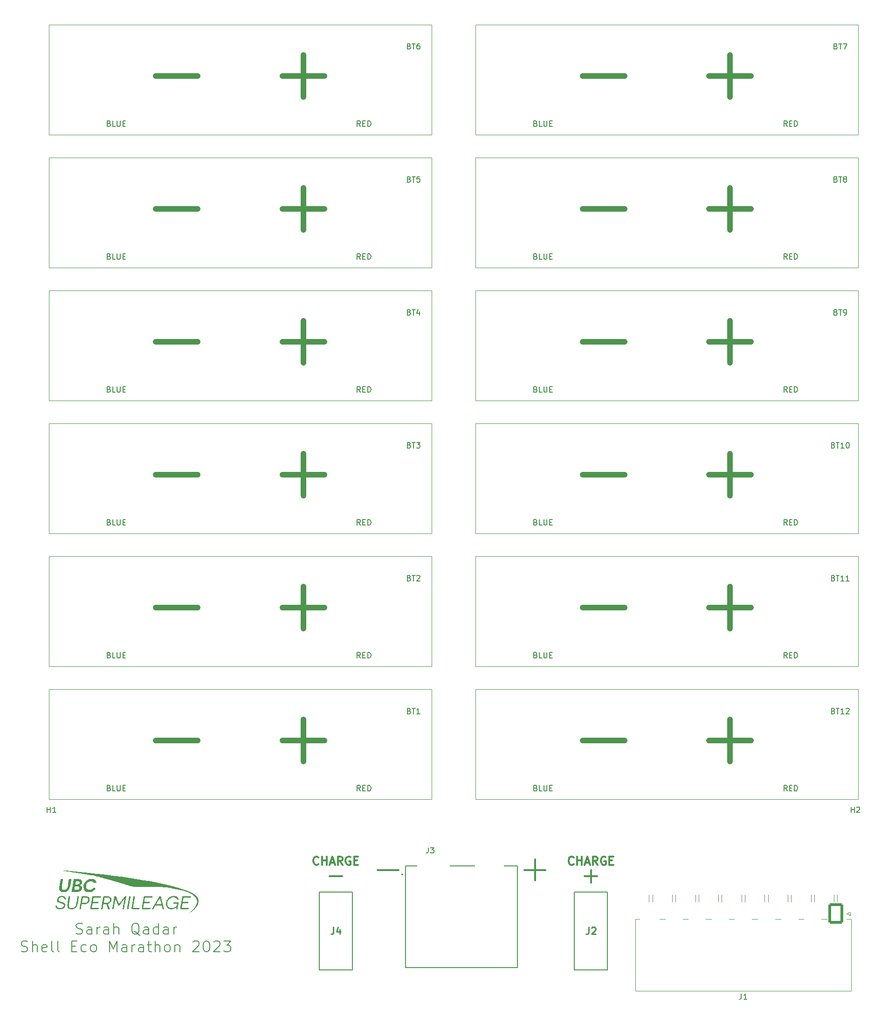
<source format=gto>
G04 #@! TF.GenerationSoftware,KiCad,Pcbnew,(6.0.8-1)-1*
G04 #@! TF.CreationDate,2023-03-04T15:57:30-08:00*
G04 #@! TF.ProjectId,URBAN_CELL_BOARD,55524241-4e5f-4434-954c-4c5f424f4152,rev?*
G04 #@! TF.SameCoordinates,Original*
G04 #@! TF.FileFunction,Legend,Top*
G04 #@! TF.FilePolarity,Positive*
%FSLAX46Y46*%
G04 Gerber Fmt 4.6, Leading zero omitted, Abs format (unit mm)*
G04 Created by KiCad (PCBNEW (6.0.8-1)-1) date 2023-03-04 15:57:30*
%MOMM*%
%LPD*%
G01*
G04 APERTURE LIST*
G04 Aperture macros list*
%AMRoundRect*
0 Rectangle with rounded corners*
0 $1 Rounding radius*
0 $2 $3 $4 $5 $6 $7 $8 $9 X,Y pos of 4 corners*
0 Add a 4 corners polygon primitive as box body*
4,1,4,$2,$3,$4,$5,$6,$7,$8,$9,$2,$3,0*
0 Add four circle primitives for the rounded corners*
1,1,$1+$1,$2,$3*
1,1,$1+$1,$4,$5*
1,1,$1+$1,$6,$7*
1,1,$1+$1,$8,$9*
0 Add four rect primitives between the rounded corners*
20,1,$1+$1,$2,$3,$4,$5,0*
20,1,$1+$1,$4,$5,$6,$7,0*
20,1,$1+$1,$6,$7,$8,$9,0*
20,1,$1+$1,$8,$9,$2,$3,0*%
G04 Aperture macros list end*
%ADD10C,0.300000*%
%ADD11C,0.150000*%
%ADD12C,1.000000*%
%ADD13C,0.254000*%
%ADD14C,0.120000*%
%ADD15C,0.127000*%
%ADD16C,0.200000*%
%ADD17C,9.000000*%
%ADD18R,6.000000X6.000000*%
%ADD19C,6.000000*%
%ADD20C,3.000000*%
%ADD21RoundRect,0.250001X1.099999X1.599999X-1.099999X1.599999X-1.099999X-1.599999X1.099999X-1.599999X0*%
%ADD22O,2.700000X3.700000*%
%ADD23C,1.650000*%
%ADD24C,7.500000*%
G04 APERTURE END LIST*
D10*
X191007857Y-264374285D02*
X188722142Y-264374285D01*
X189865000Y-265517142D02*
X189865000Y-263231428D01*
X186722142Y-262155714D02*
X186650714Y-262227142D01*
X186436428Y-262298571D01*
X186293571Y-262298571D01*
X186079285Y-262227142D01*
X185936428Y-262084285D01*
X185865000Y-261941428D01*
X185793571Y-261655714D01*
X185793571Y-261441428D01*
X185865000Y-261155714D01*
X185936428Y-261012857D01*
X186079285Y-260870000D01*
X186293571Y-260798571D01*
X186436428Y-260798571D01*
X186650714Y-260870000D01*
X186722142Y-260941428D01*
X187365000Y-262298571D02*
X187365000Y-260798571D01*
X187365000Y-261512857D02*
X188222142Y-261512857D01*
X188222142Y-262298571D02*
X188222142Y-260798571D01*
X188865000Y-261870000D02*
X189579285Y-261870000D01*
X188722142Y-262298571D02*
X189222142Y-260798571D01*
X189722142Y-262298571D01*
X191079285Y-262298571D02*
X190579285Y-261584285D01*
X190222142Y-262298571D02*
X190222142Y-260798571D01*
X190793571Y-260798571D01*
X190936428Y-260870000D01*
X191007857Y-260941428D01*
X191079285Y-261084285D01*
X191079285Y-261298571D01*
X191007857Y-261441428D01*
X190936428Y-261512857D01*
X190793571Y-261584285D01*
X190222142Y-261584285D01*
X192507857Y-260870000D02*
X192365000Y-260798571D01*
X192150714Y-260798571D01*
X191936428Y-260870000D01*
X191793571Y-261012857D01*
X191722142Y-261155714D01*
X191650714Y-261441428D01*
X191650714Y-261655714D01*
X191722142Y-261941428D01*
X191793571Y-262084285D01*
X191936428Y-262227142D01*
X192150714Y-262298571D01*
X192293571Y-262298571D01*
X192507857Y-262227142D01*
X192579285Y-262155714D01*
X192579285Y-261655714D01*
X192293571Y-261655714D01*
X193222142Y-261512857D02*
X193722142Y-261512857D01*
X193936428Y-262298571D02*
X193222142Y-262298571D01*
X193222142Y-260798571D01*
X193936428Y-260798571D01*
X154939761Y-263247142D02*
X151130238Y-263247142D01*
X144652857Y-264374285D02*
X142367142Y-264374285D01*
X181609761Y-263247142D02*
X177800238Y-263247142D01*
X179705000Y-265151904D02*
X179705000Y-261342380D01*
D11*
X96362380Y-274789523D02*
X96648095Y-274884761D01*
X97124285Y-274884761D01*
X97314761Y-274789523D01*
X97410000Y-274694285D01*
X97505238Y-274503809D01*
X97505238Y-274313333D01*
X97410000Y-274122857D01*
X97314761Y-274027619D01*
X97124285Y-273932380D01*
X96743333Y-273837142D01*
X96552857Y-273741904D01*
X96457619Y-273646666D01*
X96362380Y-273456190D01*
X96362380Y-273265714D01*
X96457619Y-273075238D01*
X96552857Y-272980000D01*
X96743333Y-272884761D01*
X97219523Y-272884761D01*
X97505238Y-272980000D01*
X99219523Y-274884761D02*
X99219523Y-273837142D01*
X99124285Y-273646666D01*
X98933809Y-273551428D01*
X98552857Y-273551428D01*
X98362380Y-273646666D01*
X99219523Y-274789523D02*
X99029047Y-274884761D01*
X98552857Y-274884761D01*
X98362380Y-274789523D01*
X98267142Y-274599047D01*
X98267142Y-274408571D01*
X98362380Y-274218095D01*
X98552857Y-274122857D01*
X99029047Y-274122857D01*
X99219523Y-274027619D01*
X100171904Y-274884761D02*
X100171904Y-273551428D01*
X100171904Y-273932380D02*
X100267142Y-273741904D01*
X100362380Y-273646666D01*
X100552857Y-273551428D01*
X100743333Y-273551428D01*
X102267142Y-274884761D02*
X102267142Y-273837142D01*
X102171904Y-273646666D01*
X101981428Y-273551428D01*
X101600476Y-273551428D01*
X101410000Y-273646666D01*
X102267142Y-274789523D02*
X102076666Y-274884761D01*
X101600476Y-274884761D01*
X101410000Y-274789523D01*
X101314761Y-274599047D01*
X101314761Y-274408571D01*
X101410000Y-274218095D01*
X101600476Y-274122857D01*
X102076666Y-274122857D01*
X102267142Y-274027619D01*
X103219523Y-274884761D02*
X103219523Y-272884761D01*
X104076666Y-274884761D02*
X104076666Y-273837142D01*
X103981428Y-273646666D01*
X103790952Y-273551428D01*
X103505238Y-273551428D01*
X103314761Y-273646666D01*
X103219523Y-273741904D01*
X107886190Y-275075238D02*
X107695714Y-274980000D01*
X107505238Y-274789523D01*
X107219523Y-274503809D01*
X107029047Y-274408571D01*
X106838571Y-274408571D01*
X106933809Y-274884761D02*
X106743333Y-274789523D01*
X106552857Y-274599047D01*
X106457619Y-274218095D01*
X106457619Y-273551428D01*
X106552857Y-273170476D01*
X106743333Y-272980000D01*
X106933809Y-272884761D01*
X107314761Y-272884761D01*
X107505238Y-272980000D01*
X107695714Y-273170476D01*
X107790952Y-273551428D01*
X107790952Y-274218095D01*
X107695714Y-274599047D01*
X107505238Y-274789523D01*
X107314761Y-274884761D01*
X106933809Y-274884761D01*
X109505238Y-274884761D02*
X109505238Y-273837142D01*
X109410000Y-273646666D01*
X109219523Y-273551428D01*
X108838571Y-273551428D01*
X108648095Y-273646666D01*
X109505238Y-274789523D02*
X109314761Y-274884761D01*
X108838571Y-274884761D01*
X108648095Y-274789523D01*
X108552857Y-274599047D01*
X108552857Y-274408571D01*
X108648095Y-274218095D01*
X108838571Y-274122857D01*
X109314761Y-274122857D01*
X109505238Y-274027619D01*
X111314761Y-274884761D02*
X111314761Y-272884761D01*
X111314761Y-274789523D02*
X111124285Y-274884761D01*
X110743333Y-274884761D01*
X110552857Y-274789523D01*
X110457619Y-274694285D01*
X110362380Y-274503809D01*
X110362380Y-273932380D01*
X110457619Y-273741904D01*
X110552857Y-273646666D01*
X110743333Y-273551428D01*
X111124285Y-273551428D01*
X111314761Y-273646666D01*
X113124285Y-274884761D02*
X113124285Y-273837142D01*
X113029047Y-273646666D01*
X112838571Y-273551428D01*
X112457619Y-273551428D01*
X112267142Y-273646666D01*
X113124285Y-274789523D02*
X112933809Y-274884761D01*
X112457619Y-274884761D01*
X112267142Y-274789523D01*
X112171904Y-274599047D01*
X112171904Y-274408571D01*
X112267142Y-274218095D01*
X112457619Y-274122857D01*
X112933809Y-274122857D01*
X113124285Y-274027619D01*
X114076666Y-274884761D02*
X114076666Y-273551428D01*
X114076666Y-273932380D02*
X114171904Y-273741904D01*
X114267142Y-273646666D01*
X114457619Y-273551428D01*
X114648095Y-273551428D01*
X86410000Y-278009523D02*
X86695714Y-278104761D01*
X87171904Y-278104761D01*
X87362380Y-278009523D01*
X87457619Y-277914285D01*
X87552857Y-277723809D01*
X87552857Y-277533333D01*
X87457619Y-277342857D01*
X87362380Y-277247619D01*
X87171904Y-277152380D01*
X86790952Y-277057142D01*
X86600476Y-276961904D01*
X86505238Y-276866666D01*
X86410000Y-276676190D01*
X86410000Y-276485714D01*
X86505238Y-276295238D01*
X86600476Y-276200000D01*
X86790952Y-276104761D01*
X87267142Y-276104761D01*
X87552857Y-276200000D01*
X88410000Y-278104761D02*
X88410000Y-276104761D01*
X89267142Y-278104761D02*
X89267142Y-277057142D01*
X89171904Y-276866666D01*
X88981428Y-276771428D01*
X88695714Y-276771428D01*
X88505238Y-276866666D01*
X88410000Y-276961904D01*
X90981428Y-278009523D02*
X90790952Y-278104761D01*
X90410000Y-278104761D01*
X90219523Y-278009523D01*
X90124285Y-277819047D01*
X90124285Y-277057142D01*
X90219523Y-276866666D01*
X90410000Y-276771428D01*
X90790952Y-276771428D01*
X90981428Y-276866666D01*
X91076666Y-277057142D01*
X91076666Y-277247619D01*
X90124285Y-277438095D01*
X92219523Y-278104761D02*
X92029047Y-278009523D01*
X91933809Y-277819047D01*
X91933809Y-276104761D01*
X93267142Y-278104761D02*
X93076666Y-278009523D01*
X92981428Y-277819047D01*
X92981428Y-276104761D01*
X95552857Y-277057142D02*
X96219523Y-277057142D01*
X96505238Y-278104761D02*
X95552857Y-278104761D01*
X95552857Y-276104761D01*
X96505238Y-276104761D01*
X98219523Y-278009523D02*
X98029047Y-278104761D01*
X97648095Y-278104761D01*
X97457619Y-278009523D01*
X97362380Y-277914285D01*
X97267142Y-277723809D01*
X97267142Y-277152380D01*
X97362380Y-276961904D01*
X97457619Y-276866666D01*
X97648095Y-276771428D01*
X98029047Y-276771428D01*
X98219523Y-276866666D01*
X99362380Y-278104761D02*
X99171904Y-278009523D01*
X99076666Y-277914285D01*
X98981428Y-277723809D01*
X98981428Y-277152380D01*
X99076666Y-276961904D01*
X99171904Y-276866666D01*
X99362380Y-276771428D01*
X99648095Y-276771428D01*
X99838571Y-276866666D01*
X99933809Y-276961904D01*
X100029047Y-277152380D01*
X100029047Y-277723809D01*
X99933809Y-277914285D01*
X99838571Y-278009523D01*
X99648095Y-278104761D01*
X99362380Y-278104761D01*
X102410000Y-278104761D02*
X102410000Y-276104761D01*
X103076666Y-277533333D01*
X103743333Y-276104761D01*
X103743333Y-278104761D01*
X105552857Y-278104761D02*
X105552857Y-277057142D01*
X105457619Y-276866666D01*
X105267142Y-276771428D01*
X104886190Y-276771428D01*
X104695714Y-276866666D01*
X105552857Y-278009523D02*
X105362380Y-278104761D01*
X104886190Y-278104761D01*
X104695714Y-278009523D01*
X104600476Y-277819047D01*
X104600476Y-277628571D01*
X104695714Y-277438095D01*
X104886190Y-277342857D01*
X105362380Y-277342857D01*
X105552857Y-277247619D01*
X106505238Y-278104761D02*
X106505238Y-276771428D01*
X106505238Y-277152380D02*
X106600476Y-276961904D01*
X106695714Y-276866666D01*
X106886190Y-276771428D01*
X107076666Y-276771428D01*
X108600476Y-278104761D02*
X108600476Y-277057142D01*
X108505238Y-276866666D01*
X108314761Y-276771428D01*
X107933809Y-276771428D01*
X107743333Y-276866666D01*
X108600476Y-278009523D02*
X108410000Y-278104761D01*
X107933809Y-278104761D01*
X107743333Y-278009523D01*
X107648095Y-277819047D01*
X107648095Y-277628571D01*
X107743333Y-277438095D01*
X107933809Y-277342857D01*
X108410000Y-277342857D01*
X108600476Y-277247619D01*
X109267142Y-276771428D02*
X110029047Y-276771428D01*
X109552857Y-276104761D02*
X109552857Y-277819047D01*
X109648095Y-278009523D01*
X109838571Y-278104761D01*
X110029047Y-278104761D01*
X110695714Y-278104761D02*
X110695714Y-276104761D01*
X111552857Y-278104761D02*
X111552857Y-277057142D01*
X111457619Y-276866666D01*
X111267142Y-276771428D01*
X110981428Y-276771428D01*
X110790952Y-276866666D01*
X110695714Y-276961904D01*
X112790952Y-278104761D02*
X112600476Y-278009523D01*
X112505238Y-277914285D01*
X112410000Y-277723809D01*
X112410000Y-277152380D01*
X112505238Y-276961904D01*
X112600476Y-276866666D01*
X112790952Y-276771428D01*
X113076666Y-276771428D01*
X113267142Y-276866666D01*
X113362380Y-276961904D01*
X113457619Y-277152380D01*
X113457619Y-277723809D01*
X113362380Y-277914285D01*
X113267142Y-278009523D01*
X113076666Y-278104761D01*
X112790952Y-278104761D01*
X114314761Y-276771428D02*
X114314761Y-278104761D01*
X114314761Y-276961904D02*
X114410000Y-276866666D01*
X114600476Y-276771428D01*
X114886190Y-276771428D01*
X115076666Y-276866666D01*
X115171904Y-277057142D01*
X115171904Y-278104761D01*
X117552857Y-276295238D02*
X117648095Y-276200000D01*
X117838571Y-276104761D01*
X118314761Y-276104761D01*
X118505238Y-276200000D01*
X118600476Y-276295238D01*
X118695714Y-276485714D01*
X118695714Y-276676190D01*
X118600476Y-276961904D01*
X117457619Y-278104761D01*
X118695714Y-278104761D01*
X119933809Y-276104761D02*
X120124285Y-276104761D01*
X120314761Y-276200000D01*
X120410000Y-276295238D01*
X120505238Y-276485714D01*
X120600476Y-276866666D01*
X120600476Y-277342857D01*
X120505238Y-277723809D01*
X120410000Y-277914285D01*
X120314761Y-278009523D01*
X120124285Y-278104761D01*
X119933809Y-278104761D01*
X119743333Y-278009523D01*
X119648095Y-277914285D01*
X119552857Y-277723809D01*
X119457619Y-277342857D01*
X119457619Y-276866666D01*
X119552857Y-276485714D01*
X119648095Y-276295238D01*
X119743333Y-276200000D01*
X119933809Y-276104761D01*
X121362380Y-276295238D02*
X121457619Y-276200000D01*
X121648095Y-276104761D01*
X122124285Y-276104761D01*
X122314761Y-276200000D01*
X122409999Y-276295238D01*
X122505238Y-276485714D01*
X122505238Y-276676190D01*
X122409999Y-276961904D01*
X121267142Y-278104761D01*
X122505238Y-278104761D01*
X123171904Y-276104761D02*
X124409999Y-276104761D01*
X123743333Y-276866666D01*
X124029047Y-276866666D01*
X124219523Y-276961904D01*
X124314761Y-277057142D01*
X124409999Y-277247619D01*
X124409999Y-277723809D01*
X124314761Y-277914285D01*
X124219523Y-278009523D01*
X124029047Y-278104761D01*
X123457619Y-278104761D01*
X123267142Y-278009523D01*
X123171904Y-277914285D01*
D10*
X140367142Y-262155714D02*
X140295714Y-262227142D01*
X140081428Y-262298571D01*
X139938571Y-262298571D01*
X139724285Y-262227142D01*
X139581428Y-262084285D01*
X139510000Y-261941428D01*
X139438571Y-261655714D01*
X139438571Y-261441428D01*
X139510000Y-261155714D01*
X139581428Y-261012857D01*
X139724285Y-260870000D01*
X139938571Y-260798571D01*
X140081428Y-260798571D01*
X140295714Y-260870000D01*
X140367142Y-260941428D01*
X141010000Y-262298571D02*
X141010000Y-260798571D01*
X141010000Y-261512857D02*
X141867142Y-261512857D01*
X141867142Y-262298571D02*
X141867142Y-260798571D01*
X142510000Y-261870000D02*
X143224285Y-261870000D01*
X142367142Y-262298571D02*
X142867142Y-260798571D01*
X143367142Y-262298571D01*
X144724285Y-262298571D02*
X144224285Y-261584285D01*
X143867142Y-262298571D02*
X143867142Y-260798571D01*
X144438571Y-260798571D01*
X144581428Y-260870000D01*
X144652857Y-260941428D01*
X144724285Y-261084285D01*
X144724285Y-261298571D01*
X144652857Y-261441428D01*
X144581428Y-261512857D01*
X144438571Y-261584285D01*
X143867142Y-261584285D01*
X146152857Y-260870000D02*
X146010000Y-260798571D01*
X145795714Y-260798571D01*
X145581428Y-260870000D01*
X145438571Y-261012857D01*
X145367142Y-261155714D01*
X145295714Y-261441428D01*
X145295714Y-261655714D01*
X145367142Y-261941428D01*
X145438571Y-262084285D01*
X145581428Y-262227142D01*
X145795714Y-262298571D01*
X145938571Y-262298571D01*
X146152857Y-262227142D01*
X146224285Y-262155714D01*
X146224285Y-261655714D01*
X145938571Y-261655714D01*
X146867142Y-261512857D02*
X147367142Y-261512857D01*
X147581428Y-262298571D02*
X146867142Y-262298571D01*
X146867142Y-260798571D01*
X147581428Y-260798571D01*
D11*
X156843285Y-113678571D02*
X156986142Y-113726190D01*
X157033761Y-113773809D01*
X157081380Y-113869047D01*
X157081380Y-114011904D01*
X157033761Y-114107142D01*
X156986142Y-114154761D01*
X156890904Y-114202380D01*
X156509952Y-114202380D01*
X156509952Y-113202380D01*
X156843285Y-113202380D01*
X156938523Y-113250000D01*
X156986142Y-113297619D01*
X157033761Y-113392857D01*
X157033761Y-113488095D01*
X156986142Y-113583333D01*
X156938523Y-113630952D01*
X156843285Y-113678571D01*
X156509952Y-113678571D01*
X157367095Y-113202380D02*
X157938523Y-113202380D01*
X157652809Y-114202380D02*
X157652809Y-113202380D01*
X158700428Y-113202380D02*
X158509952Y-113202380D01*
X158414714Y-113250000D01*
X158367095Y-113297619D01*
X158271857Y-113440476D01*
X158224238Y-113630952D01*
X158224238Y-114011904D01*
X158271857Y-114107142D01*
X158319476Y-114154761D01*
X158414714Y-114202380D01*
X158605190Y-114202380D01*
X158700428Y-114154761D01*
X158748047Y-114107142D01*
X158795666Y-114011904D01*
X158795666Y-113773809D01*
X158748047Y-113678571D01*
X158700428Y-113630952D01*
X158605190Y-113583333D01*
X158414714Y-113583333D01*
X158319476Y-113630952D01*
X158271857Y-113678571D01*
X158224238Y-113773809D01*
X102319476Y-127678571D02*
X102462333Y-127726190D01*
X102509952Y-127773809D01*
X102557571Y-127869047D01*
X102557571Y-128011904D01*
X102509952Y-128107142D01*
X102462333Y-128154761D01*
X102367095Y-128202380D01*
X101986142Y-128202380D01*
X101986142Y-127202380D01*
X102319476Y-127202380D01*
X102414714Y-127250000D01*
X102462333Y-127297619D01*
X102509952Y-127392857D01*
X102509952Y-127488095D01*
X102462333Y-127583333D01*
X102414714Y-127630952D01*
X102319476Y-127678571D01*
X101986142Y-127678571D01*
X103462333Y-128202380D02*
X102986142Y-128202380D01*
X102986142Y-127202380D01*
X103795666Y-127202380D02*
X103795666Y-128011904D01*
X103843285Y-128107142D01*
X103890904Y-128154761D01*
X103986142Y-128202380D01*
X104176619Y-128202380D01*
X104271857Y-128154761D01*
X104319476Y-128107142D01*
X104367095Y-128011904D01*
X104367095Y-127202380D01*
X104843285Y-127678571D02*
X105176619Y-127678571D01*
X105319476Y-128202380D02*
X104843285Y-128202380D01*
X104843285Y-127202380D01*
X105319476Y-127202380D01*
X147986142Y-128202380D02*
X147652809Y-127726190D01*
X147414714Y-128202380D02*
X147414714Y-127202380D01*
X147795666Y-127202380D01*
X147890904Y-127250000D01*
X147938523Y-127297619D01*
X147986142Y-127392857D01*
X147986142Y-127535714D01*
X147938523Y-127630952D01*
X147890904Y-127678571D01*
X147795666Y-127726190D01*
X147414714Y-127726190D01*
X148414714Y-127678571D02*
X148748047Y-127678571D01*
X148890904Y-128202380D02*
X148414714Y-128202380D01*
X148414714Y-127202380D01*
X148890904Y-127202380D01*
X149319476Y-128202380D02*
X149319476Y-127202380D01*
X149557571Y-127202380D01*
X149700428Y-127250000D01*
X149795666Y-127345238D01*
X149843285Y-127440476D01*
X149890904Y-127630952D01*
X149890904Y-127773809D01*
X149843285Y-127964285D01*
X149795666Y-128059523D01*
X149700428Y-128154761D01*
X149557571Y-128202380D01*
X149319476Y-128202380D01*
D12*
X118438523Y-119035714D02*
X110819476Y-119035714D01*
X141438523Y-119035714D02*
X133819476Y-119035714D01*
X137629000Y-115226190D02*
X137629000Y-122845238D01*
D11*
X234343285Y-113678571D02*
X234486142Y-113726190D01*
X234533761Y-113773809D01*
X234581380Y-113869047D01*
X234581380Y-114011904D01*
X234533761Y-114107142D01*
X234486142Y-114154761D01*
X234390904Y-114202380D01*
X234009952Y-114202380D01*
X234009952Y-113202380D01*
X234343285Y-113202380D01*
X234438523Y-113250000D01*
X234486142Y-113297619D01*
X234533761Y-113392857D01*
X234533761Y-113488095D01*
X234486142Y-113583333D01*
X234438523Y-113630952D01*
X234343285Y-113678571D01*
X234009952Y-113678571D01*
X234867095Y-113202380D02*
X235438523Y-113202380D01*
X235152809Y-114202380D02*
X235152809Y-113202380D01*
X235676619Y-113202380D02*
X236343285Y-113202380D01*
X235914714Y-114202380D01*
X179819476Y-127678571D02*
X179962333Y-127726190D01*
X180009952Y-127773809D01*
X180057571Y-127869047D01*
X180057571Y-128011904D01*
X180009952Y-128107142D01*
X179962333Y-128154761D01*
X179867095Y-128202380D01*
X179486142Y-128202380D01*
X179486142Y-127202380D01*
X179819476Y-127202380D01*
X179914714Y-127250000D01*
X179962333Y-127297619D01*
X180009952Y-127392857D01*
X180009952Y-127488095D01*
X179962333Y-127583333D01*
X179914714Y-127630952D01*
X179819476Y-127678571D01*
X179486142Y-127678571D01*
X180962333Y-128202380D02*
X180486142Y-128202380D01*
X180486142Y-127202380D01*
X181295666Y-127202380D02*
X181295666Y-128011904D01*
X181343285Y-128107142D01*
X181390904Y-128154761D01*
X181486142Y-128202380D01*
X181676619Y-128202380D01*
X181771857Y-128154761D01*
X181819476Y-128107142D01*
X181867095Y-128011904D01*
X181867095Y-127202380D01*
X182343285Y-127678571D02*
X182676619Y-127678571D01*
X182819476Y-128202380D02*
X182343285Y-128202380D01*
X182343285Y-127202380D01*
X182819476Y-127202380D01*
X225486142Y-128202380D02*
X225152809Y-127726190D01*
X224914714Y-128202380D02*
X224914714Y-127202380D01*
X225295666Y-127202380D01*
X225390904Y-127250000D01*
X225438523Y-127297619D01*
X225486142Y-127392857D01*
X225486142Y-127535714D01*
X225438523Y-127630952D01*
X225390904Y-127678571D01*
X225295666Y-127726190D01*
X224914714Y-127726190D01*
X225914714Y-127678571D02*
X226248047Y-127678571D01*
X226390904Y-128202380D02*
X225914714Y-128202380D01*
X225914714Y-127202380D01*
X226390904Y-127202380D01*
X226819476Y-128202380D02*
X226819476Y-127202380D01*
X227057571Y-127202380D01*
X227200428Y-127250000D01*
X227295666Y-127345238D01*
X227343285Y-127440476D01*
X227390904Y-127630952D01*
X227390904Y-127773809D01*
X227343285Y-127964285D01*
X227295666Y-128059523D01*
X227200428Y-128154761D01*
X227057571Y-128202380D01*
X226819476Y-128202380D01*
D12*
X218938523Y-119035714D02*
X211319476Y-119035714D01*
X215129000Y-115226190D02*
X215129000Y-122845238D01*
X195938523Y-119035714D02*
X188319476Y-119035714D01*
D11*
X156843285Y-137812571D02*
X156986142Y-137860190D01*
X157033761Y-137907809D01*
X157081380Y-138003047D01*
X157081380Y-138145904D01*
X157033761Y-138241142D01*
X156986142Y-138288761D01*
X156890904Y-138336380D01*
X156509952Y-138336380D01*
X156509952Y-137336380D01*
X156843285Y-137336380D01*
X156938523Y-137384000D01*
X156986142Y-137431619D01*
X157033761Y-137526857D01*
X157033761Y-137622095D01*
X156986142Y-137717333D01*
X156938523Y-137764952D01*
X156843285Y-137812571D01*
X156509952Y-137812571D01*
X157367095Y-137336380D02*
X157938523Y-137336380D01*
X157652809Y-138336380D02*
X157652809Y-137336380D01*
X158748047Y-137336380D02*
X158271857Y-137336380D01*
X158224238Y-137812571D01*
X158271857Y-137764952D01*
X158367095Y-137717333D01*
X158605190Y-137717333D01*
X158700428Y-137764952D01*
X158748047Y-137812571D01*
X158795666Y-137907809D01*
X158795666Y-138145904D01*
X158748047Y-138241142D01*
X158700428Y-138288761D01*
X158605190Y-138336380D01*
X158367095Y-138336380D01*
X158271857Y-138288761D01*
X158224238Y-138241142D01*
X147986142Y-152336380D02*
X147652809Y-151860190D01*
X147414714Y-152336380D02*
X147414714Y-151336380D01*
X147795666Y-151336380D01*
X147890904Y-151384000D01*
X147938523Y-151431619D01*
X147986142Y-151526857D01*
X147986142Y-151669714D01*
X147938523Y-151764952D01*
X147890904Y-151812571D01*
X147795666Y-151860190D01*
X147414714Y-151860190D01*
X148414714Y-151812571D02*
X148748047Y-151812571D01*
X148890904Y-152336380D02*
X148414714Y-152336380D01*
X148414714Y-151336380D01*
X148890904Y-151336380D01*
X149319476Y-152336380D02*
X149319476Y-151336380D01*
X149557571Y-151336380D01*
X149700428Y-151384000D01*
X149795666Y-151479238D01*
X149843285Y-151574476D01*
X149890904Y-151764952D01*
X149890904Y-151907809D01*
X149843285Y-152098285D01*
X149795666Y-152193523D01*
X149700428Y-152288761D01*
X149557571Y-152336380D01*
X149319476Y-152336380D01*
D12*
X141438523Y-143169714D02*
X133819476Y-143169714D01*
X137629000Y-139360190D02*
X137629000Y-146979238D01*
X118438523Y-143169714D02*
X110819476Y-143169714D01*
D11*
X102319476Y-151812571D02*
X102462333Y-151860190D01*
X102509952Y-151907809D01*
X102557571Y-152003047D01*
X102557571Y-152145904D01*
X102509952Y-152241142D01*
X102462333Y-152288761D01*
X102367095Y-152336380D01*
X101986142Y-152336380D01*
X101986142Y-151336380D01*
X102319476Y-151336380D01*
X102414714Y-151384000D01*
X102462333Y-151431619D01*
X102509952Y-151526857D01*
X102509952Y-151622095D01*
X102462333Y-151717333D01*
X102414714Y-151764952D01*
X102319476Y-151812571D01*
X101986142Y-151812571D01*
X103462333Y-152336380D02*
X102986142Y-152336380D01*
X102986142Y-151336380D01*
X103795666Y-151336380D02*
X103795666Y-152145904D01*
X103843285Y-152241142D01*
X103890904Y-152288761D01*
X103986142Y-152336380D01*
X104176619Y-152336380D01*
X104271857Y-152288761D01*
X104319476Y-152241142D01*
X104367095Y-152145904D01*
X104367095Y-151336380D01*
X104843285Y-151812571D02*
X105176619Y-151812571D01*
X105319476Y-152336380D02*
X104843285Y-152336380D01*
X104843285Y-151336380D01*
X105319476Y-151336380D01*
X234343285Y-161946571D02*
X234486142Y-161994190D01*
X234533761Y-162041809D01*
X234581380Y-162137047D01*
X234581380Y-162279904D01*
X234533761Y-162375142D01*
X234486142Y-162422761D01*
X234390904Y-162470380D01*
X234009952Y-162470380D01*
X234009952Y-161470380D01*
X234343285Y-161470380D01*
X234438523Y-161518000D01*
X234486142Y-161565619D01*
X234533761Y-161660857D01*
X234533761Y-161756095D01*
X234486142Y-161851333D01*
X234438523Y-161898952D01*
X234343285Y-161946571D01*
X234009952Y-161946571D01*
X234867095Y-161470380D02*
X235438523Y-161470380D01*
X235152809Y-162470380D02*
X235152809Y-161470380D01*
X235819476Y-162470380D02*
X236009952Y-162470380D01*
X236105190Y-162422761D01*
X236152809Y-162375142D01*
X236248047Y-162232285D01*
X236295666Y-162041809D01*
X236295666Y-161660857D01*
X236248047Y-161565619D01*
X236200428Y-161518000D01*
X236105190Y-161470380D01*
X235914714Y-161470380D01*
X235819476Y-161518000D01*
X235771857Y-161565619D01*
X235724238Y-161660857D01*
X235724238Y-161898952D01*
X235771857Y-161994190D01*
X235819476Y-162041809D01*
X235914714Y-162089428D01*
X236105190Y-162089428D01*
X236200428Y-162041809D01*
X236248047Y-161994190D01*
X236295666Y-161898952D01*
D12*
X218938523Y-167303714D02*
X211319476Y-167303714D01*
X215129000Y-163494190D02*
X215129000Y-171113238D01*
X195938523Y-167303714D02*
X188319476Y-167303714D01*
D11*
X225486142Y-176470380D02*
X225152809Y-175994190D01*
X224914714Y-176470380D02*
X224914714Y-175470380D01*
X225295666Y-175470380D01*
X225390904Y-175518000D01*
X225438523Y-175565619D01*
X225486142Y-175660857D01*
X225486142Y-175803714D01*
X225438523Y-175898952D01*
X225390904Y-175946571D01*
X225295666Y-175994190D01*
X224914714Y-175994190D01*
X225914714Y-175946571D02*
X226248047Y-175946571D01*
X226390904Y-176470380D02*
X225914714Y-176470380D01*
X225914714Y-175470380D01*
X226390904Y-175470380D01*
X226819476Y-176470380D02*
X226819476Y-175470380D01*
X227057571Y-175470380D01*
X227200428Y-175518000D01*
X227295666Y-175613238D01*
X227343285Y-175708476D01*
X227390904Y-175898952D01*
X227390904Y-176041809D01*
X227343285Y-176232285D01*
X227295666Y-176327523D01*
X227200428Y-176422761D01*
X227057571Y-176470380D01*
X226819476Y-176470380D01*
X179819476Y-175946571D02*
X179962333Y-175994190D01*
X180009952Y-176041809D01*
X180057571Y-176137047D01*
X180057571Y-176279904D01*
X180009952Y-176375142D01*
X179962333Y-176422761D01*
X179867095Y-176470380D01*
X179486142Y-176470380D01*
X179486142Y-175470380D01*
X179819476Y-175470380D01*
X179914714Y-175518000D01*
X179962333Y-175565619D01*
X180009952Y-175660857D01*
X180009952Y-175756095D01*
X179962333Y-175851333D01*
X179914714Y-175898952D01*
X179819476Y-175946571D01*
X179486142Y-175946571D01*
X180962333Y-176470380D02*
X180486142Y-176470380D01*
X180486142Y-175470380D01*
X181295666Y-175470380D02*
X181295666Y-176279904D01*
X181343285Y-176375142D01*
X181390904Y-176422761D01*
X181486142Y-176470380D01*
X181676619Y-176470380D01*
X181771857Y-176422761D01*
X181819476Y-176375142D01*
X181867095Y-176279904D01*
X181867095Y-175470380D01*
X182343285Y-175946571D02*
X182676619Y-175946571D01*
X182819476Y-176470380D02*
X182343285Y-176470380D01*
X182343285Y-175470380D01*
X182819476Y-175470380D01*
X160321666Y-259167380D02*
X160321666Y-259881666D01*
X160274047Y-260024523D01*
X160178809Y-260119761D01*
X160035952Y-260167380D01*
X159940714Y-260167380D01*
X160702619Y-259167380D02*
X161321666Y-259167380D01*
X160988333Y-259548333D01*
X161131190Y-259548333D01*
X161226428Y-259595952D01*
X161274047Y-259643571D01*
X161321666Y-259738809D01*
X161321666Y-259976904D01*
X161274047Y-260072142D01*
X161226428Y-260119761D01*
X161131190Y-260167380D01*
X160845476Y-260167380D01*
X160750238Y-260119761D01*
X160702619Y-260072142D01*
X217181666Y-285697380D02*
X217181666Y-286411666D01*
X217134047Y-286554523D01*
X217038809Y-286649761D01*
X216895952Y-286697380D01*
X216800714Y-286697380D01*
X218181666Y-286697380D02*
X217610238Y-286697380D01*
X217895952Y-286697380D02*
X217895952Y-285697380D01*
X217800714Y-285840238D01*
X217705476Y-285935476D01*
X217610238Y-285983095D01*
D13*
X189441666Y-273624523D02*
X189441666Y-274531666D01*
X189381190Y-274713095D01*
X189260238Y-274834047D01*
X189078809Y-274894523D01*
X188957857Y-274894523D01*
X189985952Y-273745476D02*
X190046428Y-273685000D01*
X190167380Y-273624523D01*
X190469761Y-273624523D01*
X190590714Y-273685000D01*
X190651190Y-273745476D01*
X190711666Y-273866428D01*
X190711666Y-273987380D01*
X190651190Y-274168809D01*
X189925476Y-274894523D01*
X190711666Y-274894523D01*
D11*
X156843285Y-186081571D02*
X156986142Y-186129190D01*
X157033761Y-186176809D01*
X157081380Y-186272047D01*
X157081380Y-186414904D01*
X157033761Y-186510142D01*
X156986142Y-186557761D01*
X156890904Y-186605380D01*
X156509952Y-186605380D01*
X156509952Y-185605380D01*
X156843285Y-185605380D01*
X156938523Y-185653000D01*
X156986142Y-185700619D01*
X157033761Y-185795857D01*
X157033761Y-185891095D01*
X156986142Y-185986333D01*
X156938523Y-186033952D01*
X156843285Y-186081571D01*
X156509952Y-186081571D01*
X157367095Y-185605380D02*
X157938523Y-185605380D01*
X157652809Y-186605380D02*
X157652809Y-185605380D01*
X158176619Y-185605380D02*
X158795666Y-185605380D01*
X158462333Y-185986333D01*
X158605190Y-185986333D01*
X158700428Y-186033952D01*
X158748047Y-186081571D01*
X158795666Y-186176809D01*
X158795666Y-186414904D01*
X158748047Y-186510142D01*
X158700428Y-186557761D01*
X158605190Y-186605380D01*
X158319476Y-186605380D01*
X158224238Y-186557761D01*
X158176619Y-186510142D01*
D12*
X118438523Y-191438714D02*
X110819476Y-191438714D01*
X141438523Y-191438714D02*
X133819476Y-191438714D01*
X137629000Y-187629190D02*
X137629000Y-195248238D01*
D11*
X102319476Y-200081571D02*
X102462333Y-200129190D01*
X102509952Y-200176809D01*
X102557571Y-200272047D01*
X102557571Y-200414904D01*
X102509952Y-200510142D01*
X102462333Y-200557761D01*
X102367095Y-200605380D01*
X101986142Y-200605380D01*
X101986142Y-199605380D01*
X102319476Y-199605380D01*
X102414714Y-199653000D01*
X102462333Y-199700619D01*
X102509952Y-199795857D01*
X102509952Y-199891095D01*
X102462333Y-199986333D01*
X102414714Y-200033952D01*
X102319476Y-200081571D01*
X101986142Y-200081571D01*
X103462333Y-200605380D02*
X102986142Y-200605380D01*
X102986142Y-199605380D01*
X103795666Y-199605380D02*
X103795666Y-200414904D01*
X103843285Y-200510142D01*
X103890904Y-200557761D01*
X103986142Y-200605380D01*
X104176619Y-200605380D01*
X104271857Y-200557761D01*
X104319476Y-200510142D01*
X104367095Y-200414904D01*
X104367095Y-199605380D01*
X104843285Y-200081571D02*
X105176619Y-200081571D01*
X105319476Y-200605380D02*
X104843285Y-200605380D01*
X104843285Y-199605380D01*
X105319476Y-199605380D01*
X147986142Y-200605380D02*
X147652809Y-200129190D01*
X147414714Y-200605380D02*
X147414714Y-199605380D01*
X147795666Y-199605380D01*
X147890904Y-199653000D01*
X147938523Y-199700619D01*
X147986142Y-199795857D01*
X147986142Y-199938714D01*
X147938523Y-200033952D01*
X147890904Y-200081571D01*
X147795666Y-200129190D01*
X147414714Y-200129190D01*
X148414714Y-200081571D02*
X148748047Y-200081571D01*
X148890904Y-200605380D02*
X148414714Y-200605380D01*
X148414714Y-199605380D01*
X148890904Y-199605380D01*
X149319476Y-200605380D02*
X149319476Y-199605380D01*
X149557571Y-199605380D01*
X149700428Y-199653000D01*
X149795666Y-199748238D01*
X149843285Y-199843476D01*
X149890904Y-200033952D01*
X149890904Y-200176809D01*
X149843285Y-200367285D01*
X149795666Y-200462523D01*
X149700428Y-200557761D01*
X149557571Y-200605380D01*
X149319476Y-200605380D01*
X233867095Y-186081571D02*
X234009952Y-186129190D01*
X234057571Y-186176809D01*
X234105190Y-186272047D01*
X234105190Y-186414904D01*
X234057571Y-186510142D01*
X234009952Y-186557761D01*
X233914714Y-186605380D01*
X233533761Y-186605380D01*
X233533761Y-185605380D01*
X233867095Y-185605380D01*
X233962333Y-185653000D01*
X234009952Y-185700619D01*
X234057571Y-185795857D01*
X234057571Y-185891095D01*
X234009952Y-185986333D01*
X233962333Y-186033952D01*
X233867095Y-186081571D01*
X233533761Y-186081571D01*
X234390904Y-185605380D02*
X234962333Y-185605380D01*
X234676619Y-186605380D02*
X234676619Y-185605380D01*
X235819476Y-186605380D02*
X235248047Y-186605380D01*
X235533761Y-186605380D02*
X235533761Y-185605380D01*
X235438523Y-185748238D01*
X235343285Y-185843476D01*
X235248047Y-185891095D01*
X236438523Y-185605380D02*
X236533761Y-185605380D01*
X236629000Y-185653000D01*
X236676619Y-185700619D01*
X236724238Y-185795857D01*
X236771857Y-185986333D01*
X236771857Y-186224428D01*
X236724238Y-186414904D01*
X236676619Y-186510142D01*
X236629000Y-186557761D01*
X236533761Y-186605380D01*
X236438523Y-186605380D01*
X236343285Y-186557761D01*
X236295666Y-186510142D01*
X236248047Y-186414904D01*
X236200428Y-186224428D01*
X236200428Y-185986333D01*
X236248047Y-185795857D01*
X236295666Y-185700619D01*
X236343285Y-185653000D01*
X236438523Y-185605380D01*
D12*
X195938523Y-191438714D02*
X188319476Y-191438714D01*
D11*
X225486142Y-200605380D02*
X225152809Y-200129190D01*
X224914714Y-200605380D02*
X224914714Y-199605380D01*
X225295666Y-199605380D01*
X225390904Y-199653000D01*
X225438523Y-199700619D01*
X225486142Y-199795857D01*
X225486142Y-199938714D01*
X225438523Y-200033952D01*
X225390904Y-200081571D01*
X225295666Y-200129190D01*
X224914714Y-200129190D01*
X225914714Y-200081571D02*
X226248047Y-200081571D01*
X226390904Y-200605380D02*
X225914714Y-200605380D01*
X225914714Y-199605380D01*
X226390904Y-199605380D01*
X226819476Y-200605380D02*
X226819476Y-199605380D01*
X227057571Y-199605380D01*
X227200428Y-199653000D01*
X227295666Y-199748238D01*
X227343285Y-199843476D01*
X227390904Y-200033952D01*
X227390904Y-200176809D01*
X227343285Y-200367285D01*
X227295666Y-200462523D01*
X227200428Y-200557761D01*
X227057571Y-200605380D01*
X226819476Y-200605380D01*
X179819476Y-200081571D02*
X179962333Y-200129190D01*
X180009952Y-200176809D01*
X180057571Y-200272047D01*
X180057571Y-200414904D01*
X180009952Y-200510142D01*
X179962333Y-200557761D01*
X179867095Y-200605380D01*
X179486142Y-200605380D01*
X179486142Y-199605380D01*
X179819476Y-199605380D01*
X179914714Y-199653000D01*
X179962333Y-199700619D01*
X180009952Y-199795857D01*
X180009952Y-199891095D01*
X179962333Y-199986333D01*
X179914714Y-200033952D01*
X179819476Y-200081571D01*
X179486142Y-200081571D01*
X180962333Y-200605380D02*
X180486142Y-200605380D01*
X180486142Y-199605380D01*
X181295666Y-199605380D02*
X181295666Y-200414904D01*
X181343285Y-200510142D01*
X181390904Y-200557761D01*
X181486142Y-200605380D01*
X181676619Y-200605380D01*
X181771857Y-200557761D01*
X181819476Y-200510142D01*
X181867095Y-200414904D01*
X181867095Y-199605380D01*
X182343285Y-200081571D02*
X182676619Y-200081571D01*
X182819476Y-200605380D02*
X182343285Y-200605380D01*
X182343285Y-199605380D01*
X182819476Y-199605380D01*
D12*
X218938523Y-191438714D02*
X211319476Y-191438714D01*
X215129000Y-187629190D02*
X215129000Y-195248238D01*
D11*
X156843285Y-161946571D02*
X156986142Y-161994190D01*
X157033761Y-162041809D01*
X157081380Y-162137047D01*
X157081380Y-162279904D01*
X157033761Y-162375142D01*
X156986142Y-162422761D01*
X156890904Y-162470380D01*
X156509952Y-162470380D01*
X156509952Y-161470380D01*
X156843285Y-161470380D01*
X156938523Y-161518000D01*
X156986142Y-161565619D01*
X157033761Y-161660857D01*
X157033761Y-161756095D01*
X156986142Y-161851333D01*
X156938523Y-161898952D01*
X156843285Y-161946571D01*
X156509952Y-161946571D01*
X157367095Y-161470380D02*
X157938523Y-161470380D01*
X157652809Y-162470380D02*
X157652809Y-161470380D01*
X158700428Y-161803714D02*
X158700428Y-162470380D01*
X158462333Y-161422761D02*
X158224238Y-162137047D01*
X158843285Y-162137047D01*
D12*
X141438523Y-167303714D02*
X133819476Y-167303714D01*
X137629000Y-163494190D02*
X137629000Y-171113238D01*
X118438523Y-167303714D02*
X110819476Y-167303714D01*
D11*
X147986142Y-176470380D02*
X147652809Y-175994190D01*
X147414714Y-176470380D02*
X147414714Y-175470380D01*
X147795666Y-175470380D01*
X147890904Y-175518000D01*
X147938523Y-175565619D01*
X147986142Y-175660857D01*
X147986142Y-175803714D01*
X147938523Y-175898952D01*
X147890904Y-175946571D01*
X147795666Y-175994190D01*
X147414714Y-175994190D01*
X148414714Y-175946571D02*
X148748047Y-175946571D01*
X148890904Y-176470380D02*
X148414714Y-176470380D01*
X148414714Y-175470380D01*
X148890904Y-175470380D01*
X149319476Y-176470380D02*
X149319476Y-175470380D01*
X149557571Y-175470380D01*
X149700428Y-175518000D01*
X149795666Y-175613238D01*
X149843285Y-175708476D01*
X149890904Y-175898952D01*
X149890904Y-176041809D01*
X149843285Y-176232285D01*
X149795666Y-176327523D01*
X149700428Y-176422761D01*
X149557571Y-176470380D01*
X149319476Y-176470380D01*
X102319476Y-175946571D02*
X102462333Y-175994190D01*
X102509952Y-176041809D01*
X102557571Y-176137047D01*
X102557571Y-176279904D01*
X102509952Y-176375142D01*
X102462333Y-176422761D01*
X102367095Y-176470380D01*
X101986142Y-176470380D01*
X101986142Y-175470380D01*
X102319476Y-175470380D01*
X102414714Y-175518000D01*
X102462333Y-175565619D01*
X102509952Y-175660857D01*
X102509952Y-175756095D01*
X102462333Y-175851333D01*
X102414714Y-175898952D01*
X102319476Y-175946571D01*
X101986142Y-175946571D01*
X103462333Y-176470380D02*
X102986142Y-176470380D01*
X102986142Y-175470380D01*
X103795666Y-175470380D02*
X103795666Y-176279904D01*
X103843285Y-176375142D01*
X103890904Y-176422761D01*
X103986142Y-176470380D01*
X104176619Y-176470380D01*
X104271857Y-176422761D01*
X104319476Y-176375142D01*
X104367095Y-176279904D01*
X104367095Y-175470380D01*
X104843285Y-175946571D02*
X105176619Y-175946571D01*
X105319476Y-176470380D02*
X104843285Y-176470380D01*
X104843285Y-175470380D01*
X105319476Y-175470380D01*
X233867095Y-210215571D02*
X234009952Y-210263190D01*
X234057571Y-210310809D01*
X234105190Y-210406047D01*
X234105190Y-210548904D01*
X234057571Y-210644142D01*
X234009952Y-210691761D01*
X233914714Y-210739380D01*
X233533761Y-210739380D01*
X233533761Y-209739380D01*
X233867095Y-209739380D01*
X233962333Y-209787000D01*
X234009952Y-209834619D01*
X234057571Y-209929857D01*
X234057571Y-210025095D01*
X234009952Y-210120333D01*
X233962333Y-210167952D01*
X233867095Y-210215571D01*
X233533761Y-210215571D01*
X234390904Y-209739380D02*
X234962333Y-209739380D01*
X234676619Y-210739380D02*
X234676619Y-209739380D01*
X235819476Y-210739380D02*
X235248047Y-210739380D01*
X235533761Y-210739380D02*
X235533761Y-209739380D01*
X235438523Y-209882238D01*
X235343285Y-209977476D01*
X235248047Y-210025095D01*
X236771857Y-210739380D02*
X236200428Y-210739380D01*
X236486142Y-210739380D02*
X236486142Y-209739380D01*
X236390904Y-209882238D01*
X236295666Y-209977476D01*
X236200428Y-210025095D01*
X225486142Y-224739380D02*
X225152809Y-224263190D01*
X224914714Y-224739380D02*
X224914714Y-223739380D01*
X225295666Y-223739380D01*
X225390904Y-223787000D01*
X225438523Y-223834619D01*
X225486142Y-223929857D01*
X225486142Y-224072714D01*
X225438523Y-224167952D01*
X225390904Y-224215571D01*
X225295666Y-224263190D01*
X224914714Y-224263190D01*
X225914714Y-224215571D02*
X226248047Y-224215571D01*
X226390904Y-224739380D02*
X225914714Y-224739380D01*
X225914714Y-223739380D01*
X226390904Y-223739380D01*
X226819476Y-224739380D02*
X226819476Y-223739380D01*
X227057571Y-223739380D01*
X227200428Y-223787000D01*
X227295666Y-223882238D01*
X227343285Y-223977476D01*
X227390904Y-224167952D01*
X227390904Y-224310809D01*
X227343285Y-224501285D01*
X227295666Y-224596523D01*
X227200428Y-224691761D01*
X227057571Y-224739380D01*
X226819476Y-224739380D01*
D12*
X218938523Y-215572714D02*
X211319476Y-215572714D01*
X215129000Y-211763190D02*
X215129000Y-219382238D01*
X195938523Y-215572714D02*
X188319476Y-215572714D01*
D11*
X179819476Y-224215571D02*
X179962333Y-224263190D01*
X180009952Y-224310809D01*
X180057571Y-224406047D01*
X180057571Y-224548904D01*
X180009952Y-224644142D01*
X179962333Y-224691761D01*
X179867095Y-224739380D01*
X179486142Y-224739380D01*
X179486142Y-223739380D01*
X179819476Y-223739380D01*
X179914714Y-223787000D01*
X179962333Y-223834619D01*
X180009952Y-223929857D01*
X180009952Y-224025095D01*
X179962333Y-224120333D01*
X179914714Y-224167952D01*
X179819476Y-224215571D01*
X179486142Y-224215571D01*
X180962333Y-224739380D02*
X180486142Y-224739380D01*
X180486142Y-223739380D01*
X181295666Y-223739380D02*
X181295666Y-224548904D01*
X181343285Y-224644142D01*
X181390904Y-224691761D01*
X181486142Y-224739380D01*
X181676619Y-224739380D01*
X181771857Y-224691761D01*
X181819476Y-224644142D01*
X181867095Y-224548904D01*
X181867095Y-223739380D01*
X182343285Y-224215571D02*
X182676619Y-224215571D01*
X182819476Y-224739380D02*
X182343285Y-224739380D01*
X182343285Y-223739380D01*
X182819476Y-223739380D01*
X237117095Y-252793380D02*
X237117095Y-251793380D01*
X237117095Y-252269571D02*
X237688523Y-252269571D01*
X237688523Y-252793380D02*
X237688523Y-251793380D01*
X238117095Y-251888619D02*
X238164714Y-251841000D01*
X238259952Y-251793380D01*
X238498047Y-251793380D01*
X238593285Y-251841000D01*
X238640904Y-251888619D01*
X238688523Y-251983857D01*
X238688523Y-252079095D01*
X238640904Y-252221952D01*
X238069476Y-252793380D01*
X238688523Y-252793380D01*
X156843285Y-234349571D02*
X156986142Y-234397190D01*
X157033761Y-234444809D01*
X157081380Y-234540047D01*
X157081380Y-234682904D01*
X157033761Y-234778142D01*
X156986142Y-234825761D01*
X156890904Y-234873380D01*
X156509952Y-234873380D01*
X156509952Y-233873380D01*
X156843285Y-233873380D01*
X156938523Y-233921000D01*
X156986142Y-233968619D01*
X157033761Y-234063857D01*
X157033761Y-234159095D01*
X156986142Y-234254333D01*
X156938523Y-234301952D01*
X156843285Y-234349571D01*
X156509952Y-234349571D01*
X157367095Y-233873380D02*
X157938523Y-233873380D01*
X157652809Y-234873380D02*
X157652809Y-233873380D01*
X158795666Y-234873380D02*
X158224238Y-234873380D01*
X158509952Y-234873380D02*
X158509952Y-233873380D01*
X158414714Y-234016238D01*
X158319476Y-234111476D01*
X158224238Y-234159095D01*
X147986142Y-248873380D02*
X147652809Y-248397190D01*
X147414714Y-248873380D02*
X147414714Y-247873380D01*
X147795666Y-247873380D01*
X147890904Y-247921000D01*
X147938523Y-247968619D01*
X147986142Y-248063857D01*
X147986142Y-248206714D01*
X147938523Y-248301952D01*
X147890904Y-248349571D01*
X147795666Y-248397190D01*
X147414714Y-248397190D01*
X148414714Y-248349571D02*
X148748047Y-248349571D01*
X148890904Y-248873380D02*
X148414714Y-248873380D01*
X148414714Y-247873380D01*
X148890904Y-247873380D01*
X149319476Y-248873380D02*
X149319476Y-247873380D01*
X149557571Y-247873380D01*
X149700428Y-247921000D01*
X149795666Y-248016238D01*
X149843285Y-248111476D01*
X149890904Y-248301952D01*
X149890904Y-248444809D01*
X149843285Y-248635285D01*
X149795666Y-248730523D01*
X149700428Y-248825761D01*
X149557571Y-248873380D01*
X149319476Y-248873380D01*
D12*
X141438523Y-239706714D02*
X133819476Y-239706714D01*
X137629000Y-235897190D02*
X137629000Y-243516238D01*
X118438523Y-239706714D02*
X110819476Y-239706714D01*
D11*
X102319476Y-248349571D02*
X102462333Y-248397190D01*
X102509952Y-248444809D01*
X102557571Y-248540047D01*
X102557571Y-248682904D01*
X102509952Y-248778142D01*
X102462333Y-248825761D01*
X102367095Y-248873380D01*
X101986142Y-248873380D01*
X101986142Y-247873380D01*
X102319476Y-247873380D01*
X102414714Y-247921000D01*
X102462333Y-247968619D01*
X102509952Y-248063857D01*
X102509952Y-248159095D01*
X102462333Y-248254333D01*
X102414714Y-248301952D01*
X102319476Y-248349571D01*
X101986142Y-248349571D01*
X103462333Y-248873380D02*
X102986142Y-248873380D01*
X102986142Y-247873380D01*
X103795666Y-247873380D02*
X103795666Y-248682904D01*
X103843285Y-248778142D01*
X103890904Y-248825761D01*
X103986142Y-248873380D01*
X104176619Y-248873380D01*
X104271857Y-248825761D01*
X104319476Y-248778142D01*
X104367095Y-248682904D01*
X104367095Y-247873380D01*
X104843285Y-248349571D02*
X105176619Y-248349571D01*
X105319476Y-248873380D02*
X104843285Y-248873380D01*
X104843285Y-247873380D01*
X105319476Y-247873380D01*
D13*
X143086666Y-273624523D02*
X143086666Y-274531666D01*
X143026190Y-274713095D01*
X142905238Y-274834047D01*
X142723809Y-274894523D01*
X142602857Y-274894523D01*
X144235714Y-274047857D02*
X144235714Y-274894523D01*
X143933333Y-273564047D02*
X143630952Y-274471190D01*
X144417142Y-274471190D01*
D11*
X233867095Y-234349571D02*
X234009952Y-234397190D01*
X234057571Y-234444809D01*
X234105190Y-234540047D01*
X234105190Y-234682904D01*
X234057571Y-234778142D01*
X234009952Y-234825761D01*
X233914714Y-234873380D01*
X233533761Y-234873380D01*
X233533761Y-233873380D01*
X233867095Y-233873380D01*
X233962333Y-233921000D01*
X234009952Y-233968619D01*
X234057571Y-234063857D01*
X234057571Y-234159095D01*
X234009952Y-234254333D01*
X233962333Y-234301952D01*
X233867095Y-234349571D01*
X233533761Y-234349571D01*
X234390904Y-233873380D02*
X234962333Y-233873380D01*
X234676619Y-234873380D02*
X234676619Y-233873380D01*
X235819476Y-234873380D02*
X235248047Y-234873380D01*
X235533761Y-234873380D02*
X235533761Y-233873380D01*
X235438523Y-234016238D01*
X235343285Y-234111476D01*
X235248047Y-234159095D01*
X236200428Y-233968619D02*
X236248047Y-233921000D01*
X236343285Y-233873380D01*
X236581380Y-233873380D01*
X236676619Y-233921000D01*
X236724238Y-233968619D01*
X236771857Y-234063857D01*
X236771857Y-234159095D01*
X236724238Y-234301952D01*
X236152809Y-234873380D01*
X236771857Y-234873380D01*
D12*
X218938523Y-239706714D02*
X211319476Y-239706714D01*
X215129000Y-235897190D02*
X215129000Y-243516238D01*
D11*
X225486142Y-248873380D02*
X225152809Y-248397190D01*
X224914714Y-248873380D02*
X224914714Y-247873380D01*
X225295666Y-247873380D01*
X225390904Y-247921000D01*
X225438523Y-247968619D01*
X225486142Y-248063857D01*
X225486142Y-248206714D01*
X225438523Y-248301952D01*
X225390904Y-248349571D01*
X225295666Y-248397190D01*
X224914714Y-248397190D01*
X225914714Y-248349571D02*
X226248047Y-248349571D01*
X226390904Y-248873380D02*
X225914714Y-248873380D01*
X225914714Y-247873380D01*
X226390904Y-247873380D01*
X226819476Y-248873380D02*
X226819476Y-247873380D01*
X227057571Y-247873380D01*
X227200428Y-247921000D01*
X227295666Y-248016238D01*
X227343285Y-248111476D01*
X227390904Y-248301952D01*
X227390904Y-248444809D01*
X227343285Y-248635285D01*
X227295666Y-248730523D01*
X227200428Y-248825761D01*
X227057571Y-248873380D01*
X226819476Y-248873380D01*
D12*
X195938523Y-239706714D02*
X188319476Y-239706714D01*
D11*
X179819476Y-248349571D02*
X179962333Y-248397190D01*
X180009952Y-248444809D01*
X180057571Y-248540047D01*
X180057571Y-248682904D01*
X180009952Y-248778142D01*
X179962333Y-248825761D01*
X179867095Y-248873380D01*
X179486142Y-248873380D01*
X179486142Y-247873380D01*
X179819476Y-247873380D01*
X179914714Y-247921000D01*
X179962333Y-247968619D01*
X180009952Y-248063857D01*
X180009952Y-248159095D01*
X179962333Y-248254333D01*
X179914714Y-248301952D01*
X179819476Y-248349571D01*
X179486142Y-248349571D01*
X180962333Y-248873380D02*
X180486142Y-248873380D01*
X180486142Y-247873380D01*
X181295666Y-247873380D02*
X181295666Y-248682904D01*
X181343285Y-248778142D01*
X181390904Y-248825761D01*
X181486142Y-248873380D01*
X181676619Y-248873380D01*
X181771857Y-248825761D01*
X181819476Y-248778142D01*
X181867095Y-248682904D01*
X181867095Y-247873380D01*
X182343285Y-248349571D02*
X182676619Y-248349571D01*
X182819476Y-248873380D02*
X182343285Y-248873380D01*
X182343285Y-247873380D01*
X182819476Y-247873380D01*
X91117095Y-252793380D02*
X91117095Y-251793380D01*
X91117095Y-252269571D02*
X91688523Y-252269571D01*
X91688523Y-252793380D02*
X91688523Y-251793380D01*
X92688523Y-252793380D02*
X92117095Y-252793380D01*
X92402809Y-252793380D02*
X92402809Y-251793380D01*
X92307571Y-251936238D01*
X92212333Y-252031476D01*
X92117095Y-252079095D01*
X156843285Y-210215571D02*
X156986142Y-210263190D01*
X157033761Y-210310809D01*
X157081380Y-210406047D01*
X157081380Y-210548904D01*
X157033761Y-210644142D01*
X156986142Y-210691761D01*
X156890904Y-210739380D01*
X156509952Y-210739380D01*
X156509952Y-209739380D01*
X156843285Y-209739380D01*
X156938523Y-209787000D01*
X156986142Y-209834619D01*
X157033761Y-209929857D01*
X157033761Y-210025095D01*
X156986142Y-210120333D01*
X156938523Y-210167952D01*
X156843285Y-210215571D01*
X156509952Y-210215571D01*
X157367095Y-209739380D02*
X157938523Y-209739380D01*
X157652809Y-210739380D02*
X157652809Y-209739380D01*
X158224238Y-209834619D02*
X158271857Y-209787000D01*
X158367095Y-209739380D01*
X158605190Y-209739380D01*
X158700428Y-209787000D01*
X158748047Y-209834619D01*
X158795666Y-209929857D01*
X158795666Y-210025095D01*
X158748047Y-210167952D01*
X158176619Y-210739380D01*
X158795666Y-210739380D01*
D12*
X118438523Y-215572714D02*
X110819476Y-215572714D01*
D11*
X147986142Y-224739380D02*
X147652809Y-224263190D01*
X147414714Y-224739380D02*
X147414714Y-223739380D01*
X147795666Y-223739380D01*
X147890904Y-223787000D01*
X147938523Y-223834619D01*
X147986142Y-223929857D01*
X147986142Y-224072714D01*
X147938523Y-224167952D01*
X147890904Y-224215571D01*
X147795666Y-224263190D01*
X147414714Y-224263190D01*
X148414714Y-224215571D02*
X148748047Y-224215571D01*
X148890904Y-224739380D02*
X148414714Y-224739380D01*
X148414714Y-223739380D01*
X148890904Y-223739380D01*
X149319476Y-224739380D02*
X149319476Y-223739380D01*
X149557571Y-223739380D01*
X149700428Y-223787000D01*
X149795666Y-223882238D01*
X149843285Y-223977476D01*
X149890904Y-224167952D01*
X149890904Y-224310809D01*
X149843285Y-224501285D01*
X149795666Y-224596523D01*
X149700428Y-224691761D01*
X149557571Y-224739380D01*
X149319476Y-224739380D01*
D12*
X141438523Y-215572714D02*
X133819476Y-215572714D01*
X137629000Y-211763190D02*
X137629000Y-219382238D01*
D11*
X102319476Y-224215571D02*
X102462333Y-224263190D01*
X102509952Y-224310809D01*
X102557571Y-224406047D01*
X102557571Y-224548904D01*
X102509952Y-224644142D01*
X102462333Y-224691761D01*
X102367095Y-224739380D01*
X101986142Y-224739380D01*
X101986142Y-223739380D01*
X102319476Y-223739380D01*
X102414714Y-223787000D01*
X102462333Y-223834619D01*
X102509952Y-223929857D01*
X102509952Y-224025095D01*
X102462333Y-224120333D01*
X102414714Y-224167952D01*
X102319476Y-224215571D01*
X101986142Y-224215571D01*
X103462333Y-224739380D02*
X102986142Y-224739380D01*
X102986142Y-223739380D01*
X103795666Y-223739380D02*
X103795666Y-224548904D01*
X103843285Y-224644142D01*
X103890904Y-224691761D01*
X103986142Y-224739380D01*
X104176619Y-224739380D01*
X104271857Y-224691761D01*
X104319476Y-224644142D01*
X104367095Y-224548904D01*
X104367095Y-223739380D01*
X104843285Y-224215571D02*
X105176619Y-224215571D01*
X105319476Y-224739380D02*
X104843285Y-224739380D01*
X104843285Y-223739380D01*
X105319476Y-223739380D01*
X234343285Y-137812571D02*
X234486142Y-137860190D01*
X234533761Y-137907809D01*
X234581380Y-138003047D01*
X234581380Y-138145904D01*
X234533761Y-138241142D01*
X234486142Y-138288761D01*
X234390904Y-138336380D01*
X234009952Y-138336380D01*
X234009952Y-137336380D01*
X234343285Y-137336380D01*
X234438523Y-137384000D01*
X234486142Y-137431619D01*
X234533761Y-137526857D01*
X234533761Y-137622095D01*
X234486142Y-137717333D01*
X234438523Y-137764952D01*
X234343285Y-137812571D01*
X234009952Y-137812571D01*
X234867095Y-137336380D02*
X235438523Y-137336380D01*
X235152809Y-138336380D02*
X235152809Y-137336380D01*
X235914714Y-137764952D02*
X235819476Y-137717333D01*
X235771857Y-137669714D01*
X235724238Y-137574476D01*
X235724238Y-137526857D01*
X235771857Y-137431619D01*
X235819476Y-137384000D01*
X235914714Y-137336380D01*
X236105190Y-137336380D01*
X236200428Y-137384000D01*
X236248047Y-137431619D01*
X236295666Y-137526857D01*
X236295666Y-137574476D01*
X236248047Y-137669714D01*
X236200428Y-137717333D01*
X236105190Y-137764952D01*
X235914714Y-137764952D01*
X235819476Y-137812571D01*
X235771857Y-137860190D01*
X235724238Y-137955428D01*
X235724238Y-138145904D01*
X235771857Y-138241142D01*
X235819476Y-138288761D01*
X235914714Y-138336380D01*
X236105190Y-138336380D01*
X236200428Y-138288761D01*
X236248047Y-138241142D01*
X236295666Y-138145904D01*
X236295666Y-137955428D01*
X236248047Y-137860190D01*
X236200428Y-137812571D01*
X236105190Y-137764952D01*
X225486142Y-152336380D02*
X225152809Y-151860190D01*
X224914714Y-152336380D02*
X224914714Y-151336380D01*
X225295666Y-151336380D01*
X225390904Y-151384000D01*
X225438523Y-151431619D01*
X225486142Y-151526857D01*
X225486142Y-151669714D01*
X225438523Y-151764952D01*
X225390904Y-151812571D01*
X225295666Y-151860190D01*
X224914714Y-151860190D01*
X225914714Y-151812571D02*
X226248047Y-151812571D01*
X226390904Y-152336380D02*
X225914714Y-152336380D01*
X225914714Y-151336380D01*
X226390904Y-151336380D01*
X226819476Y-152336380D02*
X226819476Y-151336380D01*
X227057571Y-151336380D01*
X227200428Y-151384000D01*
X227295666Y-151479238D01*
X227343285Y-151574476D01*
X227390904Y-151764952D01*
X227390904Y-151907809D01*
X227343285Y-152098285D01*
X227295666Y-152193523D01*
X227200428Y-152288761D01*
X227057571Y-152336380D01*
X226819476Y-152336380D01*
D12*
X195938523Y-143169714D02*
X188319476Y-143169714D01*
X218938523Y-143169714D02*
X211319476Y-143169714D01*
X215129000Y-139360190D02*
X215129000Y-146979238D01*
D11*
X179819476Y-151812571D02*
X179962333Y-151860190D01*
X180009952Y-151907809D01*
X180057571Y-152003047D01*
X180057571Y-152145904D01*
X180009952Y-152241142D01*
X179962333Y-152288761D01*
X179867095Y-152336380D01*
X179486142Y-152336380D01*
X179486142Y-151336380D01*
X179819476Y-151336380D01*
X179914714Y-151384000D01*
X179962333Y-151431619D01*
X180009952Y-151526857D01*
X180009952Y-151622095D01*
X179962333Y-151717333D01*
X179914714Y-151764952D01*
X179819476Y-151812571D01*
X179486142Y-151812571D01*
X180962333Y-152336380D02*
X180486142Y-152336380D01*
X180486142Y-151336380D01*
X181295666Y-151336380D02*
X181295666Y-152145904D01*
X181343285Y-152241142D01*
X181390904Y-152288761D01*
X181486142Y-152336380D01*
X181676619Y-152336380D01*
X181771857Y-152288761D01*
X181819476Y-152241142D01*
X181867095Y-152145904D01*
X181867095Y-151336380D01*
X182343285Y-151812571D02*
X182676619Y-151812571D01*
X182819476Y-152336380D02*
X182343285Y-152336380D01*
X182343285Y-151336380D01*
X182819476Y-151336380D01*
D14*
X160909000Y-129750000D02*
X91409000Y-129750000D01*
X91409000Y-129750000D02*
X91409000Y-109750000D01*
X91409000Y-109750000D02*
X160909000Y-109750000D01*
X160909000Y-109750000D02*
X160909000Y-129750000D01*
X238409000Y-129750000D02*
X168909000Y-129750000D01*
X168909000Y-129750000D02*
X168909000Y-109750000D01*
X168909000Y-109750000D02*
X238409000Y-109750000D01*
X238409000Y-109750000D02*
X238409000Y-129750000D01*
X160909000Y-153884000D02*
X91409000Y-153884000D01*
X91409000Y-153884000D02*
X91409000Y-133884000D01*
X91409000Y-133884000D02*
X160909000Y-133884000D01*
X160909000Y-133884000D02*
X160909000Y-153884000D01*
X238409000Y-178018000D02*
X168909000Y-178018000D01*
X168909000Y-178018000D02*
X168909000Y-158018000D01*
X168909000Y-158018000D02*
X238409000Y-158018000D01*
X238409000Y-158018000D02*
X238409000Y-178018000D01*
D15*
X176530000Y-262457500D02*
X176530000Y-280957500D01*
X156210000Y-280957500D02*
X156210000Y-262457500D01*
X176530000Y-280957500D02*
X156210000Y-280957500D01*
X176530000Y-262457500D02*
X156210000Y-262457500D01*
D16*
X155660000Y-264057500D02*
G75*
G03*
X155660000Y-264057500I-100000J0D01*
G01*
D14*
X237125000Y-285155000D02*
X217515000Y-285155000D01*
X203305000Y-272145000D02*
X202325000Y-272145000D01*
X229815000Y-269035000D02*
X229815000Y-267755000D01*
X220105000Y-272145000D02*
X219125000Y-272145000D01*
X213615000Y-269035000D02*
X213615000Y-267755000D01*
X221415000Y-269035000D02*
X221415000Y-267755000D01*
X204615000Y-269035000D02*
X204615000Y-267755000D01*
X228505000Y-272145000D02*
X227525000Y-272145000D01*
X230415000Y-269035000D02*
X230415000Y-267755000D01*
X222015000Y-269035000D02*
X222015000Y-267755000D01*
X224305000Y-272145000D02*
X223325000Y-272145000D01*
X215905000Y-272145000D02*
X214925000Y-272145000D01*
X236915000Y-271445000D02*
X236315000Y-271145000D01*
X200415000Y-269035000D02*
X200415000Y-267755000D01*
X236915000Y-270845000D02*
X236915000Y-271445000D01*
X213015000Y-269035000D02*
X213015000Y-267755000D01*
X205215000Y-269035000D02*
X205215000Y-267755000D01*
X207505000Y-272145000D02*
X206525000Y-272145000D01*
X236315000Y-272135000D02*
X237125000Y-272135000D01*
X201015000Y-269035000D02*
X201015000Y-267755000D01*
X209415000Y-269035000D02*
X209415000Y-267755000D01*
X237125000Y-272135000D02*
X237125000Y-285155000D01*
X225615000Y-269035000D02*
X225615000Y-267755000D01*
X197905000Y-272135000D02*
X197905000Y-285155000D01*
X217215000Y-269035000D02*
X217215000Y-267755000D01*
X236315000Y-271145000D02*
X236915000Y-270845000D01*
X208815000Y-269035000D02*
X208815000Y-267755000D01*
X226215000Y-269035000D02*
X226215000Y-267755000D01*
X198715000Y-272135000D02*
X197905000Y-272135000D01*
X197905000Y-285155000D02*
X217515000Y-285155000D01*
X234015000Y-269035000D02*
X234015000Y-267755000D01*
X232705000Y-272145000D02*
X231725000Y-272145000D01*
X234615000Y-269035000D02*
X234615000Y-267755000D01*
X217815000Y-269035000D02*
X217815000Y-267755000D01*
X211705000Y-272145000D02*
X210725000Y-272145000D01*
D16*
X186865000Y-281370000D02*
X186865000Y-267270000D01*
X186865000Y-267270000D02*
X192865000Y-267270000D01*
X192865000Y-281370000D02*
X186865000Y-281370000D01*
X192865000Y-267270000D02*
X192865000Y-281370000D01*
D14*
X160909000Y-202153000D02*
X91409000Y-202153000D01*
X91409000Y-202153000D02*
X91409000Y-182153000D01*
X91409000Y-182153000D02*
X160909000Y-182153000D01*
X160909000Y-182153000D02*
X160909000Y-202153000D01*
G36*
X106989841Y-267997114D02*
G01*
X107028592Y-268011122D01*
X107032709Y-268020710D01*
X107028928Y-268047272D01*
X107018230Y-268112714D01*
X107001576Y-268211536D01*
X106979929Y-268338236D01*
X106954251Y-268487315D01*
X106925503Y-268653270D01*
X106894648Y-268830601D01*
X106862648Y-269013807D01*
X106830465Y-269197388D01*
X106799062Y-269375842D01*
X106769400Y-269543668D01*
X106742441Y-269695366D01*
X106719147Y-269825434D01*
X106700482Y-269928372D01*
X106687406Y-269998679D01*
X106681949Y-270026207D01*
X106668688Y-270087826D01*
X107900858Y-270099814D01*
X107863172Y-270336460D01*
X107121147Y-270336460D01*
X106943387Y-270335966D01*
X106780903Y-270334566D01*
X106638952Y-270332378D01*
X106522794Y-270329523D01*
X106437687Y-270326120D01*
X106388890Y-270322290D01*
X106379127Y-270319556D01*
X106382934Y-270294724D01*
X106393868Y-270229717D01*
X106411196Y-270128744D01*
X106434185Y-269996016D01*
X106462103Y-269835741D01*
X106494219Y-269652131D01*
X106529800Y-269449394D01*
X106568114Y-269231740D01*
X106581961Y-269153230D01*
X106621014Y-268931810D01*
X106657596Y-268724204D01*
X106690975Y-268534566D01*
X106720423Y-268367053D01*
X106745209Y-268225821D01*
X106764604Y-268115025D01*
X106777878Y-268038822D01*
X106784301Y-268001367D01*
X106784795Y-267998172D01*
X106805190Y-267995085D01*
X106857793Y-267993039D01*
X106908758Y-267992538D01*
X106989841Y-267997114D01*
G37*
G36*
X114312817Y-267976606D02*
G01*
X114508655Y-268030856D01*
X114688023Y-268120134D01*
X114801050Y-268204283D01*
X114849804Y-268255864D01*
X114901317Y-268324736D01*
X114949858Y-268400938D01*
X114989696Y-268474508D01*
X115015102Y-268535484D01*
X115020344Y-268573906D01*
X115017002Y-268579659D01*
X114989007Y-268591738D01*
X114934020Y-268609134D01*
X114868992Y-268627135D01*
X114810876Y-268641027D01*
X114777849Y-268646131D01*
X114761569Y-268628437D01*
X114731250Y-268583143D01*
X114709106Y-268546604D01*
X114605345Y-268412320D01*
X114472131Y-268309268D01*
X114313944Y-268239006D01*
X114135264Y-268203092D01*
X113940567Y-268203084D01*
X113790089Y-268226828D01*
X113586226Y-268294251D01*
X113403204Y-268398554D01*
X113244423Y-268535052D01*
X113113286Y-268699061D01*
X113013193Y-268885895D01*
X112947546Y-269090870D01*
X112919744Y-269309300D01*
X112921193Y-269423682D01*
X112951021Y-269613337D01*
X113015735Y-269774566D01*
X113114725Y-269906726D01*
X113247379Y-270009171D01*
X113413088Y-270081258D01*
X113579137Y-270118132D01*
X113774986Y-270125518D01*
X113977882Y-270095814D01*
X114176471Y-270032713D01*
X114359402Y-269939908D01*
X114515323Y-269821091D01*
X114527144Y-269809738D01*
X114589839Y-269745436D01*
X114627162Y-269695265D01*
X114647558Y-269643552D01*
X114659471Y-269574622D01*
X114661146Y-269561010D01*
X114671672Y-269484003D01*
X114682300Y-269423085D01*
X114688742Y-269397611D01*
X114685499Y-269385869D01*
X114661659Y-269377474D01*
X114611690Y-269371934D01*
X114530059Y-269368756D01*
X114411234Y-269367448D01*
X114348613Y-269367338D01*
X114228455Y-269366724D01*
X114125951Y-269365028D01*
X114048739Y-269362472D01*
X114004456Y-269359276D01*
X113996868Y-269357178D01*
X114001207Y-269331177D01*
X114012316Y-269275696D01*
X114021273Y-269233221D01*
X114045678Y-269119423D01*
X114505834Y-269119423D01*
X114669110Y-269120069D01*
X114791775Y-269122187D01*
X114878273Y-269126049D01*
X114933054Y-269131929D01*
X114960562Y-269140098D01*
X114965979Y-269147595D01*
X114962193Y-269176649D01*
X114951538Y-269243854D01*
X114935063Y-269342986D01*
X114913812Y-269467821D01*
X114888834Y-269612134D01*
X114864570Y-269750479D01*
X114837286Y-269905325D01*
X114812779Y-270044807D01*
X114792083Y-270163008D01*
X114776231Y-270254014D01*
X114766257Y-270311908D01*
X114763160Y-270330825D01*
X114742866Y-270334041D01*
X114690994Y-270336080D01*
X114650461Y-270336460D01*
X114586170Y-270333149D01*
X114545369Y-270324685D01*
X114537773Y-270318061D01*
X114541603Y-270287418D01*
X114551514Y-270227123D01*
X114561860Y-270169360D01*
X114573099Y-270097922D01*
X114577536Y-270046331D01*
X114575337Y-270028446D01*
X114552968Y-270034737D01*
X114505652Y-270061836D01*
X114455464Y-270095620D01*
X114237749Y-270225998D01*
X114009931Y-270315718D01*
X113776606Y-270363588D01*
X113542369Y-270368415D01*
X113446498Y-270357578D01*
X113286202Y-270316296D01*
X113124556Y-270245448D01*
X112980357Y-270154003D01*
X112927911Y-270110137D01*
X112809862Y-269971690D01*
X112724614Y-269807945D01*
X112672040Y-269624385D01*
X112652010Y-269426492D01*
X112664396Y-269219749D01*
X112709070Y-269009638D01*
X112785903Y-268801641D01*
X112894766Y-268601242D01*
X112965671Y-268499636D01*
X113115173Y-268334693D01*
X113288611Y-268198277D01*
X113480214Y-268091317D01*
X113684208Y-268014740D01*
X113894821Y-267969477D01*
X114106281Y-267956456D01*
X114312817Y-267976606D01*
G37*
G36*
X93631282Y-263312863D02*
G01*
X93746335Y-263319557D01*
X93904334Y-263330631D01*
X94105789Y-263346099D01*
X94351208Y-263365974D01*
X94565955Y-263383909D01*
X96177867Y-263526640D01*
X97820536Y-263685280D01*
X99482967Y-263858752D01*
X100079831Y-263924144D01*
X101270990Y-264059689D01*
X102426618Y-264198076D01*
X103546288Y-264339218D01*
X104629572Y-264483023D01*
X105676044Y-264629402D01*
X106685276Y-264778264D01*
X107656842Y-264929521D01*
X108590313Y-265083081D01*
X109485263Y-265238856D01*
X110341265Y-265396754D01*
X111157891Y-265556687D01*
X111934714Y-265718564D01*
X112671307Y-265882295D01*
X113367244Y-266047790D01*
X114022096Y-266214960D01*
X114635436Y-266383714D01*
X115206838Y-266553963D01*
X115735874Y-266725616D01*
X116222117Y-266898584D01*
X116665141Y-267072777D01*
X117064516Y-267248104D01*
X117419818Y-267424476D01*
X117730617Y-267601803D01*
X117821978Y-267659627D01*
X118060100Y-267834044D01*
X118254487Y-268019248D01*
X118405224Y-268215472D01*
X118512398Y-268422947D01*
X118576095Y-268641906D01*
X118596402Y-268872581D01*
X118573405Y-269115204D01*
X118507191Y-269370008D01*
X118483301Y-269437226D01*
X118393804Y-269630490D01*
X118267335Y-269835318D01*
X118108593Y-270046086D01*
X117922278Y-270257172D01*
X117713088Y-270462954D01*
X117485722Y-270657810D01*
X117420594Y-270708763D01*
X117325166Y-270780049D01*
X117224708Y-270851897D01*
X117123587Y-270921608D01*
X117026170Y-270986485D01*
X116936822Y-271043827D01*
X116859909Y-271090937D01*
X116799799Y-271125116D01*
X116760857Y-271143664D01*
X116747450Y-271143883D01*
X116763944Y-271123074D01*
X116793464Y-271096395D01*
X116835912Y-271061368D01*
X116903294Y-271007311D01*
X116984893Y-270942778D01*
X117039662Y-270899902D01*
X117186217Y-270777963D01*
X117344836Y-270632821D01*
X117504999Y-270475070D01*
X117656190Y-270315304D01*
X117787891Y-270164117D01*
X117857711Y-270075932D01*
X117988217Y-269886498D01*
X118104879Y-269686186D01*
X118200073Y-269489026D01*
X118255057Y-269344800D01*
X118308942Y-269112710D01*
X118318445Y-268884257D01*
X118284225Y-268661319D01*
X118206940Y-268445771D01*
X118087249Y-268239491D01*
X117925812Y-268044354D01*
X117738832Y-267874559D01*
X117545087Y-267731463D01*
X117331796Y-267597384D01*
X117096090Y-267471268D01*
X116835100Y-267352065D01*
X116545958Y-267238720D01*
X116225793Y-267130181D01*
X115871737Y-267025396D01*
X115480921Y-266923313D01*
X115050476Y-266822877D01*
X114627924Y-266733250D01*
X114008026Y-266613499D01*
X113420767Y-266513818D01*
X112858767Y-266433538D01*
X112314643Y-266371991D01*
X111781015Y-266328506D01*
X111250500Y-266302415D01*
X110715716Y-266293050D01*
X110169284Y-266299741D01*
X109928811Y-266307391D01*
X109677231Y-266315738D01*
X109412304Y-266322609D01*
X109139185Y-266328005D01*
X108863028Y-266331926D01*
X108588986Y-266334372D01*
X108322213Y-266335343D01*
X108067864Y-266334840D01*
X107831091Y-266332863D01*
X107617050Y-266329411D01*
X107430895Y-266324486D01*
X107277778Y-266318087D01*
X107162854Y-266310214D01*
X107134135Y-266307287D01*
X106982413Y-266289542D01*
X106848354Y-266272609D01*
X106726194Y-266255163D01*
X106610163Y-266235880D01*
X106494496Y-266213436D01*
X106373426Y-266186505D01*
X106241185Y-266153764D01*
X106092008Y-266113888D01*
X105920126Y-266065553D01*
X105719774Y-266007434D01*
X105485184Y-265938206D01*
X105342387Y-265895782D01*
X104765190Y-265724175D01*
X104229675Y-265565183D01*
X103734375Y-265418380D01*
X103277825Y-265283338D01*
X102858557Y-265159633D01*
X102475107Y-265046838D01*
X102126008Y-264944526D01*
X101809793Y-264852271D01*
X101524997Y-264769648D01*
X101270153Y-264696229D01*
X101043795Y-264631589D01*
X100844458Y-264575301D01*
X100670674Y-264526939D01*
X100520979Y-264486077D01*
X100393905Y-264452288D01*
X100287987Y-264425147D01*
X100260575Y-264418350D01*
X100006178Y-264359090D01*
X99708421Y-264295641D01*
X99368799Y-264228255D01*
X98988806Y-264157185D01*
X98569940Y-264082686D01*
X98113695Y-264005009D01*
X97621566Y-263924409D01*
X97095049Y-263841138D01*
X96535639Y-263755449D01*
X95944832Y-263667597D01*
X95324123Y-263577834D01*
X95155341Y-263553834D01*
X94934702Y-263522570D01*
X94712696Y-263491119D01*
X94496662Y-263460520D01*
X94293941Y-263431811D01*
X94111875Y-263406033D01*
X93957802Y-263384225D01*
X93839065Y-263367426D01*
X93814348Y-263363931D01*
X93682407Y-263344627D01*
X93590359Y-263329622D01*
X93538714Y-263318929D01*
X93527981Y-263312563D01*
X93558667Y-263310536D01*
X93631282Y-263312863D01*
G37*
G36*
X93945763Y-267969188D02*
G01*
X94128916Y-268011792D01*
X94275143Y-268078806D01*
X94386205Y-268171513D01*
X94463866Y-268291196D01*
X94492379Y-268366976D01*
X94514755Y-268447011D01*
X94519087Y-268495351D01*
X94501124Y-268523216D01*
X94456616Y-268541824D01*
X94422542Y-268551306D01*
X94336864Y-268571761D01*
X94285556Y-268576014D01*
X94260565Y-268563091D01*
X94253837Y-268532016D01*
X94253833Y-268530877D01*
X94233247Y-268444168D01*
X94176993Y-268357970D01*
X94093328Y-268282911D01*
X94034050Y-268247958D01*
X93904750Y-268204438D01*
X93758380Y-268187172D01*
X93607287Y-268194890D01*
X93463819Y-268226320D01*
X93340322Y-268280193D01*
X93277502Y-268325830D01*
X93213034Y-268407516D01*
X93169983Y-268509251D01*
X93150504Y-268618050D01*
X93156752Y-268720927D01*
X93190882Y-268804897D01*
X93196691Y-268812753D01*
X93245894Y-268862303D01*
X93313604Y-268905732D01*
X93406315Y-268945824D01*
X93530517Y-268985365D01*
X93692702Y-269027138D01*
X93701373Y-269029204D01*
X93886057Y-269077853D01*
X94031126Y-269127377D01*
X94142013Y-269180181D01*
X94224153Y-269238669D01*
X94261573Y-269277104D01*
X94327111Y-269388157D01*
X94358341Y-269517830D01*
X94357591Y-269658487D01*
X94327191Y-269802489D01*
X94269468Y-269942199D01*
X94186753Y-270069978D01*
X94081373Y-270178189D01*
X93963268Y-270255472D01*
X93802087Y-270316620D01*
X93614786Y-270355907D01*
X93415684Y-270371386D01*
X93219097Y-270361111D01*
X93202501Y-270358924D01*
X93017973Y-270317449D01*
X92868978Y-270248669D01*
X92754520Y-270151693D01*
X92673608Y-270025632D01*
X92625249Y-269869596D01*
X92619659Y-269836493D01*
X92603911Y-269730936D01*
X92702031Y-269705560D01*
X92771514Y-269687318D01*
X92827369Y-269672195D01*
X92839592Y-269668737D01*
X92866088Y-269668950D01*
X92877296Y-269697073D01*
X92879033Y-269738589D01*
X92900298Y-269853636D01*
X92959166Y-269958957D01*
X93048247Y-270042115D01*
X93065953Y-270053204D01*
X93190648Y-270104998D01*
X93340006Y-270134130D01*
X93499545Y-270140285D01*
X93654782Y-270123150D01*
X93791235Y-270082410D01*
X93818717Y-270069527D01*
X93926582Y-269995031D01*
X94011151Y-269898130D01*
X94068505Y-269787795D01*
X94094722Y-269672993D01*
X94085883Y-269562694D01*
X94064570Y-269507026D01*
X94026410Y-269447448D01*
X93975840Y-269398806D01*
X93906079Y-269357757D01*
X93810348Y-269320954D01*
X93681870Y-269285053D01*
X93555164Y-269255657D01*
X93345562Y-269201290D01*
X93178169Y-269138934D01*
X93050615Y-269067285D01*
X92960532Y-268985042D01*
X92909482Y-268900756D01*
X92885606Y-268802820D01*
X92880999Y-268681145D01*
X92895364Y-268552597D01*
X92917227Y-268465433D01*
X92986078Y-268322923D01*
X93091097Y-268199737D01*
X93226522Y-268098655D01*
X93386591Y-268022457D01*
X93565543Y-267973922D01*
X93757615Y-267955832D01*
X93945763Y-267969188D01*
G37*
G36*
X93853844Y-264883649D02*
G01*
X93928497Y-264887193D01*
X93973985Y-264892366D01*
X93983381Y-264896389D01*
X93979588Y-264921210D01*
X93968833Y-264985030D01*
X93952051Y-265082468D01*
X93930176Y-265208144D01*
X93904144Y-265356678D01*
X93874888Y-265522690D01*
X93857101Y-265623230D01*
X93817511Y-265850378D01*
X93786599Y-266038161D01*
X93764108Y-266191394D01*
X93749781Y-266314892D01*
X93743361Y-266413471D01*
X93744593Y-266491946D01*
X93753218Y-266555132D01*
X93768981Y-266607846D01*
X93791625Y-266654902D01*
X93801245Y-266671115D01*
X93876212Y-266751481D01*
X93981673Y-266807027D01*
X94109228Y-266835713D01*
X94250479Y-266835501D01*
X94376325Y-266810703D01*
X94513735Y-266747948D01*
X94629412Y-266648009D01*
X94718732Y-266515402D01*
X94748971Y-266446605D01*
X94765322Y-266391453D01*
X94787755Y-266298474D01*
X94814891Y-266174295D01*
X94845353Y-266025543D01*
X94877760Y-265858846D01*
X94910735Y-265680829D01*
X94925549Y-265597906D01*
X95051858Y-264882334D01*
X95272633Y-264882334D01*
X95366183Y-264883997D01*
X95440079Y-264888478D01*
X95484684Y-264895009D01*
X95493407Y-264899885D01*
X95489476Y-264931307D01*
X95478477Y-265000398D01*
X95461608Y-265100514D01*
X95440063Y-265225012D01*
X95415036Y-265367250D01*
X95387724Y-265520582D01*
X95359322Y-265678368D01*
X95331024Y-265833962D01*
X95304026Y-265980723D01*
X95279523Y-266112006D01*
X95258711Y-266221169D01*
X95242784Y-266301568D01*
X95233650Y-266343694D01*
X95160207Y-266563208D01*
X95054062Y-266759795D01*
X94918965Y-266929172D01*
X94758670Y-267067057D01*
X94576928Y-267169164D01*
X94478740Y-267205603D01*
X94353792Y-267234878D01*
X94209086Y-267253961D01*
X94062989Y-267261463D01*
X93933869Y-267255993D01*
X93891920Y-267250014D01*
X93716947Y-267199094D01*
X93565333Y-267116769D01*
X93442220Y-267007241D01*
X93352747Y-266874713D01*
X93315172Y-266778595D01*
X93295681Y-266695577D01*
X93284363Y-266604278D01*
X93281574Y-266499246D01*
X93287666Y-266375029D01*
X93302996Y-266226174D01*
X93327919Y-266047229D01*
X93362788Y-265832742D01*
X93385039Y-265704960D01*
X93414186Y-265540956D01*
X93442021Y-265385343D01*
X93467198Y-265245567D01*
X93488371Y-265129075D01*
X93504194Y-265043314D01*
X93512330Y-265000657D01*
X93535822Y-264882334D01*
X93759601Y-264882334D01*
X93853844Y-264883649D01*
G37*
G36*
X105449915Y-267998103D02*
G01*
X105464290Y-268011410D01*
X105462834Y-268037870D01*
X105462028Y-268042248D01*
X105456292Y-268074113D01*
X105443519Y-268145914D01*
X105424498Y-268253198D01*
X105400017Y-268391511D01*
X105370865Y-268556397D01*
X105337827Y-268743403D01*
X105301693Y-268948073D01*
X105263251Y-269165955D01*
X105255557Y-269209574D01*
X105058803Y-270325191D01*
X104930142Y-270331950D01*
X104860868Y-270333584D01*
X104814159Y-270330847D01*
X104801482Y-270326049D01*
X104805300Y-270300106D01*
X104816020Y-270236032D01*
X104832533Y-270140058D01*
X104853737Y-270018413D01*
X104878523Y-269877325D01*
X104905787Y-269723024D01*
X104934424Y-269561739D01*
X104963327Y-269399699D01*
X104991391Y-269243132D01*
X105017510Y-269098269D01*
X105040579Y-268971338D01*
X105059492Y-268868568D01*
X105071651Y-268803940D01*
X105090341Y-268703929D01*
X105105288Y-268619142D01*
X105114688Y-268560126D01*
X105117010Y-268539122D01*
X105106019Y-268511798D01*
X105076431Y-268519699D01*
X105033316Y-268559692D01*
X104988486Y-268618540D01*
X104955955Y-268664928D01*
X104900935Y-268741584D01*
X104827755Y-268842551D01*
X104740749Y-268961872D01*
X104644249Y-269093590D01*
X104542586Y-269231746D01*
X104542316Y-269232112D01*
X104432500Y-269380820D01*
X104345820Y-269497183D01*
X104278704Y-269585168D01*
X104227580Y-269648740D01*
X104188875Y-269691865D01*
X104159017Y-269718508D01*
X104134434Y-269732636D01*
X104111553Y-269738215D01*
X104086802Y-269739210D01*
X104002732Y-269739210D01*
X103860329Y-269378607D01*
X103803329Y-269232920D01*
X103742958Y-269076337D01*
X103685131Y-268924347D01*
X103635767Y-268792436D01*
X103619535Y-268748270D01*
X103581008Y-268646067D01*
X103546434Y-268560619D01*
X103519320Y-268500169D01*
X103503175Y-268472961D01*
X103502085Y-268472302D01*
X103494291Y-268492378D01*
X103479973Y-268552298D01*
X103460028Y-268647444D01*
X103435352Y-268773201D01*
X103406842Y-268924952D01*
X103375394Y-269098079D01*
X103341905Y-269287966D01*
X103327191Y-269373092D01*
X103293187Y-269570296D01*
X103261259Y-269754097D01*
X103232268Y-269919645D01*
X103207072Y-270062091D01*
X103186532Y-270176584D01*
X103171508Y-270258274D01*
X103162859Y-270302312D01*
X103161381Y-270308287D01*
X103137022Y-270322346D01*
X103085392Y-270332120D01*
X103021689Y-270336933D01*
X102961112Y-270336108D01*
X102918860Y-270328969D01*
X102908319Y-270319556D01*
X102912127Y-270294724D01*
X102923061Y-270229717D01*
X102940388Y-270128744D01*
X102963377Y-269996016D01*
X102991296Y-269835741D01*
X103023411Y-269652131D01*
X103058992Y-269449394D01*
X103097306Y-269231740D01*
X103111153Y-269153230D01*
X103150211Y-268931768D01*
X103186795Y-268724085D01*
X103220177Y-268534342D01*
X103249627Y-268366699D01*
X103274413Y-268225317D01*
X103293807Y-268114359D01*
X103307077Y-268037983D01*
X103313495Y-268000353D01*
X103313988Y-267997097D01*
X103334475Y-267994594D01*
X103387877Y-267994731D01*
X103453788Y-267997097D01*
X103593583Y-268003806D01*
X103856456Y-268691207D01*
X103934330Y-268892424D01*
X104001833Y-269061844D01*
X104058049Y-269197318D01*
X104102060Y-269296702D01*
X104132952Y-269357847D01*
X104149775Y-269378607D01*
X104169584Y-269361067D01*
X104212869Y-269311092D01*
X104276518Y-269232646D01*
X104357422Y-269129694D01*
X104452470Y-269006201D01*
X104558550Y-268866132D01*
X104672554Y-268713452D01*
X104689036Y-268691207D01*
X105197851Y-268003806D01*
X105334798Y-267997173D01*
X105409990Y-267994505D01*
X105449915Y-267998103D01*
G37*
G36*
X117184463Y-268099592D02*
G01*
X117173418Y-268166035D01*
X117163059Y-268212795D01*
X117159214Y-268223549D01*
X117135052Y-268227880D01*
X117071559Y-268231801D01*
X116974480Y-268235163D01*
X116849557Y-268237820D01*
X116702535Y-268239623D01*
X116539157Y-268240425D01*
X116502267Y-268240452D01*
X115855048Y-268240452D01*
X115793375Y-268595421D01*
X115772462Y-268716874D01*
X115754622Y-268822542D01*
X115741160Y-268904527D01*
X115733382Y-268954931D01*
X115731987Y-268966870D01*
X115753543Y-268971891D01*
X115813775Y-268976839D01*
X115906280Y-268981428D01*
X116024661Y-268985370D01*
X116162516Y-268988378D01*
X116233960Y-268989408D01*
X116735648Y-268995466D01*
X116698088Y-269231274D01*
X116188458Y-269237327D01*
X115678827Y-269243381D01*
X115604700Y-269660328D01*
X115581434Y-269791318D01*
X115561099Y-269906041D01*
X115544928Y-269997520D01*
X115534154Y-270058778D01*
X115530011Y-270082838D01*
X115530003Y-270082910D01*
X115551459Y-270084342D01*
X115612405Y-270085640D01*
X115707255Y-270086756D01*
X115830422Y-270087641D01*
X115976321Y-270088249D01*
X116139365Y-270088531D01*
X116185534Y-270088545D01*
X116841636Y-270088545D01*
X116826657Y-270173061D01*
X116820128Y-270216614D01*
X116814584Y-270251721D01*
X116805530Y-270279284D01*
X116788468Y-270300204D01*
X116758903Y-270315386D01*
X116712337Y-270325730D01*
X116644275Y-270332140D01*
X116550219Y-270335517D01*
X116425673Y-270336765D01*
X116266141Y-270336785D01*
X116067127Y-270336481D01*
X116012474Y-270336460D01*
X115830534Y-270335987D01*
X115663752Y-270334645D01*
X115517272Y-270332545D01*
X115396234Y-270329800D01*
X115305782Y-270326520D01*
X115251056Y-270322819D01*
X115236447Y-270319556D01*
X115240255Y-270294724D01*
X115251189Y-270229717D01*
X115268516Y-270128744D01*
X115291505Y-269996016D01*
X115319423Y-269835741D01*
X115351539Y-269652131D01*
X115387120Y-269449394D01*
X115425434Y-269231740D01*
X115439281Y-269153230D01*
X115478335Y-268931810D01*
X115514916Y-268724204D01*
X115548296Y-268534566D01*
X115577743Y-268367053D01*
X115602529Y-268225821D01*
X115621924Y-268115025D01*
X115635198Y-268038822D01*
X115641621Y-268001367D01*
X115642115Y-267998172D01*
X115663799Y-267996853D01*
X115725425Y-267995644D01*
X115821862Y-267994582D01*
X115947976Y-267993704D01*
X116098635Y-267993046D01*
X116268706Y-267992647D01*
X116421052Y-267992538D01*
X117199984Y-267992538D01*
X117184463Y-268099592D01*
G37*
G36*
X95625003Y-266567506D02*
G01*
X95657009Y-266384124D01*
X95690558Y-266192406D01*
X95724746Y-265997503D01*
X95758672Y-265804564D01*
X95758832Y-265803655D01*
X96219927Y-265803655D01*
X96236891Y-265836787D01*
X96276419Y-265851135D01*
X96342950Y-265853209D01*
X96440922Y-265849518D01*
X96479432Y-265848188D01*
X96602946Y-265843006D01*
X96691412Y-265835159D01*
X96754846Y-265823089D01*
X96803263Y-265805240D01*
X96823132Y-265794727D01*
X96898533Y-265731158D01*
X96956495Y-265644375D01*
X96989941Y-265548943D01*
X96991791Y-265459429D01*
X96989973Y-265451390D01*
X96966210Y-265385593D01*
X96928879Y-265337823D01*
X96871209Y-265305117D01*
X96786432Y-265284515D01*
X96667778Y-265273053D01*
X96573653Y-265269222D01*
X96469598Y-265267042D01*
X96384281Y-265266649D01*
X96326429Y-265267982D01*
X96304769Y-265270982D01*
X96304765Y-265271038D01*
X96300974Y-265295642D01*
X96290696Y-265355220D01*
X96275570Y-265440406D01*
X96260032Y-265526475D01*
X96235936Y-265655008D01*
X96221088Y-265745232D01*
X96219927Y-265803655D01*
X95758832Y-265803655D01*
X95791430Y-265618739D01*
X95822119Y-265445177D01*
X95849835Y-265289029D01*
X95873675Y-265155444D01*
X95892735Y-265049572D01*
X95906113Y-264976563D01*
X95912316Y-264944312D01*
X95925205Y-264882334D01*
X96424878Y-264882686D01*
X96629883Y-264884188D01*
X96795909Y-264888953D01*
X96928991Y-264897843D01*
X97035162Y-264911722D01*
X97120456Y-264931455D01*
X97190906Y-264957904D01*
X97252545Y-264991934D01*
X97270141Y-265003696D01*
X97371047Y-265099174D01*
X97436334Y-265217322D01*
X97464766Y-265351664D01*
X97455110Y-265495722D01*
X97406129Y-265643022D01*
X97395980Y-265663696D01*
X97310680Y-265789595D01*
X97190502Y-265898060D01*
X97102749Y-265955158D01*
X97079309Y-265972997D01*
X97085893Y-265989561D01*
X97127594Y-266013938D01*
X97138934Y-266019710D01*
X97262716Y-266098306D01*
X97346268Y-266191641D01*
X97393691Y-266306296D01*
X97409085Y-266448850D01*
X97409095Y-266453220D01*
X97388114Y-266627004D01*
X97327091Y-266784004D01*
X97228843Y-266921399D01*
X97096184Y-267036370D01*
X96931930Y-267126095D01*
X96738899Y-267187756D01*
X96660559Y-267202922D01*
X96594807Y-267210159D01*
X96499822Y-267216045D01*
X96382809Y-267220571D01*
X96250971Y-267223728D01*
X96111511Y-267225508D01*
X95971634Y-267225900D01*
X95838542Y-267224897D01*
X95719439Y-267222489D01*
X95621529Y-267218667D01*
X95552016Y-267213421D01*
X95518103Y-267206744D01*
X95515945Y-267204364D01*
X95519727Y-267179141D01*
X95530471Y-267114683D01*
X95547274Y-267016141D01*
X95569232Y-266888664D01*
X95583959Y-266803673D01*
X96035601Y-266803673D01*
X96038924Y-266819702D01*
X96054764Y-266830719D01*
X96090083Y-266837644D01*
X96151842Y-266841400D01*
X96247003Y-266842906D01*
X96333796Y-266843114D01*
X96459855Y-266842330D01*
X96550783Y-266839136D01*
X96616512Y-266832269D01*
X96666972Y-266820466D01*
X96712093Y-266802465D01*
X96732521Y-266792405D01*
X96835444Y-266722868D01*
X96902250Y-266633832D01*
X96937533Y-266531134D01*
X96942492Y-266419437D01*
X96907042Y-266321614D01*
X96834049Y-266244822D01*
X96818854Y-266234828D01*
X96783939Y-266216096D01*
X96745273Y-266203567D01*
X96693797Y-266196283D01*
X96620454Y-266193285D01*
X96516185Y-266193616D01*
X96441213Y-266194893D01*
X96138176Y-266200790D01*
X96087533Y-266482511D01*
X96068118Y-266592974D01*
X96051929Y-266689726D01*
X96040575Y-266762819D01*
X96035666Y-266802304D01*
X96035601Y-266803673D01*
X95583959Y-266803673D01*
X95595443Y-266737402D01*
X95625003Y-266567506D01*
G37*
G36*
X110786008Y-269147595D02*
G01*
X111480657Y-267992538D01*
X111760006Y-267992538D01*
X112346060Y-270336460D01*
X112066765Y-270336460D01*
X111993392Y-270020932D01*
X111920020Y-269705404D01*
X110716873Y-269705404D01*
X110344801Y-270336460D01*
X110208724Y-270336460D01*
X110139007Y-270333951D01*
X110093376Y-270327421D01*
X110082002Y-270319556D01*
X110095000Y-270297703D01*
X110129184Y-270240633D01*
X110182509Y-270151755D01*
X110252925Y-270034479D01*
X110338386Y-269892213D01*
X110436843Y-269728366D01*
X110546249Y-269546347D01*
X110599671Y-269457489D01*
X110865326Y-269457489D01*
X111360556Y-269457489D01*
X111504502Y-269456986D01*
X111631996Y-269455580D01*
X111736599Y-269453419D01*
X111811875Y-269450656D01*
X111851387Y-269447440D01*
X111855785Y-269445897D01*
X111850196Y-269408991D01*
X111834698Y-269338407D01*
X111811200Y-269241196D01*
X111781607Y-269124408D01*
X111747826Y-268995092D01*
X111711763Y-268860299D01*
X111675326Y-268727079D01*
X111640420Y-268602481D01*
X111608952Y-268493555D01*
X111582830Y-268407352D01*
X111563958Y-268350921D01*
X111554353Y-268331297D01*
X111535471Y-268350070D01*
X111498181Y-268401876D01*
X111446478Y-268480632D01*
X111384352Y-268580255D01*
X111315795Y-268694663D01*
X111314880Y-268696219D01*
X111236809Y-268828928D01*
X111156867Y-268964644D01*
X111081700Y-269092095D01*
X111017955Y-269200010D01*
X110983049Y-269258968D01*
X110865326Y-269457489D01*
X110599671Y-269457489D01*
X110664557Y-269349564D01*
X110786008Y-269147595D01*
G37*
G36*
X96813195Y-267994417D02*
G01*
X96857666Y-267999259D01*
X96868207Y-268003830D01*
X96864059Y-268040170D01*
X96852423Y-268114259D01*
X96834510Y-268219618D01*
X96811532Y-268349768D01*
X96784702Y-268498230D01*
X96755231Y-268658524D01*
X96724332Y-268824173D01*
X96693215Y-268988697D01*
X96663093Y-269145616D01*
X96635178Y-269288453D01*
X96610681Y-269410728D01*
X96590816Y-269505962D01*
X96576792Y-269567676D01*
X96573114Y-269581446D01*
X96490384Y-269794995D01*
X96378438Y-269977877D01*
X96239462Y-270127688D01*
X96075639Y-270242025D01*
X95908384Y-270312729D01*
X95768721Y-270345271D01*
X95611218Y-270364662D01*
X95455488Y-270369411D01*
X95321143Y-270358030D01*
X95318312Y-270357541D01*
X95181337Y-270324936D01*
X95071794Y-270276767D01*
X94972710Y-270205211D01*
X94956308Y-270190722D01*
X94871909Y-270100588D01*
X94813753Y-270001875D01*
X94777689Y-269884060D01*
X94759570Y-269736622D01*
X94757021Y-269685246D01*
X94755684Y-269618839D01*
X94757214Y-269551497D01*
X94762388Y-269477245D01*
X94771981Y-269390110D01*
X94786768Y-269284118D01*
X94807526Y-269153297D01*
X94835030Y-268991673D01*
X94870056Y-268793273D01*
X94880247Y-268736282D01*
X95011481Y-268003806D01*
X95139755Y-267997047D01*
X95222474Y-267996833D01*
X95263034Y-268007359D01*
X95268030Y-268016737D01*
X95264225Y-268044660D01*
X95253435Y-268111454D01*
X95236601Y-268211616D01*
X95214662Y-268339642D01*
X95188558Y-268490030D01*
X95159229Y-268657277D01*
X95141794Y-268755972D01*
X95099605Y-268999481D01*
X95066700Y-269203461D01*
X95042891Y-269372453D01*
X95027991Y-269510995D01*
X95021811Y-269623627D01*
X95024165Y-269714890D01*
X95034864Y-269789324D01*
X95053720Y-269851467D01*
X95080547Y-269905861D01*
X95093380Y-269926335D01*
X95178065Y-270015208D01*
X95294205Y-270079981D01*
X95433979Y-270118668D01*
X95589566Y-270129287D01*
X95753144Y-270109854D01*
X95786437Y-270102109D01*
X95957294Y-270037823D01*
X96099866Y-269938455D01*
X96214028Y-269804121D01*
X96299654Y-269634934D01*
X96302223Y-269628142D01*
X96317541Y-269575424D01*
X96338975Y-269484770D01*
X96365191Y-269362699D01*
X96394853Y-269215730D01*
X96426627Y-269050382D01*
X96459176Y-268873174D01*
X96474320Y-268787884D01*
X96505276Y-268612360D01*
X96534184Y-268449976D01*
X96560023Y-268306356D01*
X96581770Y-268187124D01*
X96598403Y-268097904D01*
X96608900Y-268044320D01*
X96611715Y-268031979D01*
X96628520Y-268008141D01*
X96667993Y-267996053D01*
X96740907Y-267992545D01*
X96745769Y-267992538D01*
X96813195Y-267994417D01*
G37*
G36*
X110197773Y-268099592D02*
G01*
X110186728Y-268166035D01*
X110176369Y-268212795D01*
X110172524Y-268223549D01*
X110148362Y-268227880D01*
X110084869Y-268231801D01*
X109987789Y-268235163D01*
X109862866Y-268237820D01*
X109715844Y-268239623D01*
X109552467Y-268240425D01*
X109515577Y-268240452D01*
X108868357Y-268240452D01*
X108806685Y-268595421D01*
X108785772Y-268716874D01*
X108767931Y-268822542D01*
X108754470Y-268904527D01*
X108746692Y-268954931D01*
X108745297Y-268966870D01*
X108766853Y-268971891D01*
X108827084Y-268976839D01*
X108919590Y-268981428D01*
X109037971Y-268985370D01*
X109175825Y-268988378D01*
X109247269Y-268989408D01*
X109748958Y-268995466D01*
X109711398Y-269231274D01*
X109201767Y-269237327D01*
X108692137Y-269243381D01*
X108618010Y-269660328D01*
X108594744Y-269791318D01*
X108574408Y-269906041D01*
X108558237Y-269997520D01*
X108547464Y-270058778D01*
X108543321Y-270082838D01*
X108543312Y-270082910D01*
X108564769Y-270084342D01*
X108625715Y-270085640D01*
X108720564Y-270086756D01*
X108843731Y-270087641D01*
X108989630Y-270088249D01*
X109152675Y-270088531D01*
X109198843Y-270088545D01*
X109854945Y-270088545D01*
X109839967Y-270173061D01*
X109833438Y-270216614D01*
X109827894Y-270251721D01*
X109818840Y-270279284D01*
X109801778Y-270300204D01*
X109772213Y-270315386D01*
X109725647Y-270325730D01*
X109657584Y-270332140D01*
X109563528Y-270335517D01*
X109438983Y-270336765D01*
X109279451Y-270336785D01*
X109080436Y-270336481D01*
X109025784Y-270336460D01*
X108843843Y-270335987D01*
X108677062Y-270334645D01*
X108530581Y-270332545D01*
X108409544Y-270329800D01*
X108319091Y-270326520D01*
X108264366Y-270322819D01*
X108249756Y-270319556D01*
X108253564Y-270294724D01*
X108264498Y-270229717D01*
X108281826Y-270128744D01*
X108304815Y-269996016D01*
X108332733Y-269835741D01*
X108364849Y-269652131D01*
X108400430Y-269449394D01*
X108438744Y-269231740D01*
X108452591Y-269153230D01*
X108491644Y-268931810D01*
X108528226Y-268724204D01*
X108561605Y-268534566D01*
X108591053Y-268367053D01*
X108615839Y-268225821D01*
X108635234Y-268115025D01*
X108648508Y-268038822D01*
X108654931Y-268001367D01*
X108655425Y-267998172D01*
X108677109Y-267996853D01*
X108738735Y-267995644D01*
X108835171Y-267994582D01*
X108961285Y-267993704D01*
X109111944Y-267993046D01*
X109282016Y-267992647D01*
X109434362Y-267992538D01*
X110213294Y-267992538D01*
X110197773Y-268099592D01*
G37*
G36*
X101144360Y-268931703D02*
G01*
X101180950Y-268723900D01*
X101214336Y-268533990D01*
X101243788Y-268366143D01*
X101268574Y-268224528D01*
X101287966Y-268113313D01*
X101301232Y-268036668D01*
X101307643Y-267998761D01*
X101308131Y-267995409D01*
X101329573Y-267993407D01*
X101389531Y-267992553D01*
X101481466Y-267992816D01*
X101598833Y-267994165D01*
X101735091Y-267996569D01*
X101787063Y-267997677D01*
X101950732Y-268001747D01*
X102076728Y-268006213D01*
X102172453Y-268011815D01*
X102245308Y-268019292D01*
X102302694Y-268029384D01*
X102352012Y-268042831D01*
X102395933Y-268058535D01*
X102543192Y-268131217D01*
X102650309Y-268221776D01*
X102719924Y-268333905D01*
X102754683Y-268471298D01*
X102759906Y-268567249D01*
X102749786Y-268724571D01*
X102717726Y-268856175D01*
X102659257Y-268977892D01*
X102631921Y-269020800D01*
X102514846Y-269156366D01*
X102370480Y-269259591D01*
X102243039Y-269314088D01*
X102176374Y-269338020D01*
X102131517Y-269359708D01*
X102119494Y-269371363D01*
X102127805Y-269396661D01*
X102151075Y-269457289D01*
X102186811Y-269547018D01*
X102232519Y-269659619D01*
X102285706Y-269788862D01*
X102311065Y-269849949D01*
X102366716Y-269984221D01*
X102416011Y-270104247D01*
X102456466Y-270203885D01*
X102485594Y-270276993D01*
X102500911Y-270317431D01*
X102502635Y-270323332D01*
X102482036Y-270329906D01*
X102427977Y-270334615D01*
X102352066Y-270336459D01*
X102350420Y-270336460D01*
X102198206Y-270336460D01*
X102017989Y-269874824D01*
X101837773Y-269413189D01*
X101576520Y-269412801D01*
X101315268Y-269412413D01*
X101242227Y-269834995D01*
X101218711Y-269969836D01*
X101197164Y-270091134D01*
X101178983Y-270191195D01*
X101165566Y-270262323D01*
X101158313Y-270296825D01*
X101158260Y-270297019D01*
X101142044Y-270320810D01*
X101103242Y-270332894D01*
X101031113Y-270336448D01*
X101024896Y-270336460D01*
X100957478Y-270333647D01*
X100913010Y-270326401D01*
X100902463Y-270319556D01*
X100906271Y-270294724D01*
X100917204Y-270229717D01*
X100934532Y-270128744D01*
X100957521Y-269996016D01*
X100985439Y-269835741D01*
X101017555Y-269652131D01*
X101053136Y-269449394D01*
X101091450Y-269231740D01*
X101103289Y-269164613D01*
X101358729Y-269164613D01*
X101366988Y-269175297D01*
X101391488Y-269182138D01*
X101438321Y-269185692D01*
X101513584Y-269186516D01*
X101623371Y-269185166D01*
X101728586Y-269183132D01*
X101871645Y-269179662D01*
X101977706Y-269175327D01*
X102054849Y-269169153D01*
X102111150Y-269160163D01*
X102154688Y-269147384D01*
X102193542Y-269129840D01*
X102200510Y-269126182D01*
X102324138Y-269035815D01*
X102417949Y-268915646D01*
X102467861Y-268800122D01*
X102495666Y-268681457D01*
X102498419Y-268585056D01*
X102475422Y-268495250D01*
X102451925Y-268443739D01*
X102413717Y-268379394D01*
X102369182Y-268330841D01*
X102311541Y-268295755D01*
X102234015Y-268271812D01*
X102129827Y-268256686D01*
X101992196Y-268248055D01*
X101871265Y-268244609D01*
X101521616Y-268237497D01*
X101446949Y-268672826D01*
X101423221Y-268809846D01*
X101401384Y-268933491D01*
X101382813Y-269036161D01*
X101368885Y-269110257D01*
X101360976Y-269148177D01*
X101360614Y-269149529D01*
X101358729Y-269164613D01*
X101103289Y-269164613D01*
X101105297Y-269153230D01*
X101144360Y-268931703D01*
G37*
G36*
X99293912Y-264858247D02*
G01*
X99297098Y-264858676D01*
X99471748Y-264897744D01*
X99637069Y-264963428D01*
X99781222Y-265049989D01*
X99885734Y-265143996D01*
X99947397Y-265222438D01*
X100001135Y-265305885D01*
X100041326Y-265383789D01*
X100062346Y-265445603D01*
X100062182Y-265474970D01*
X100037048Y-265492067D01*
X99977748Y-265515898D01*
X99893999Y-265542901D01*
X99824070Y-265562292D01*
X99722423Y-265588280D01*
X99656065Y-265603192D01*
X99616739Y-265607583D01*
X99596183Y-265602010D01*
X99586140Y-265587029D01*
X99583212Y-265578514D01*
X99540684Y-265502508D01*
X99465682Y-265424531D01*
X99369012Y-265355200D01*
X99338785Y-265338392D01*
X99274612Y-265308238D01*
X99214413Y-265290059D01*
X99142883Y-265280945D01*
X99044719Y-265277985D01*
X99020559Y-265277876D01*
X98912801Y-265279759D01*
X98833519Y-265287914D01*
X98766239Y-265305303D01*
X98694482Y-265334888D01*
X98688847Y-265337500D01*
X98517804Y-265440942D01*
X98376944Y-265576037D01*
X98268467Y-265739099D01*
X98194572Y-265926442D01*
X98157460Y-266134383D01*
X98153345Y-266234596D01*
X98172152Y-266408283D01*
X98226737Y-266556249D01*
X98314188Y-266675899D01*
X98431593Y-266764641D01*
X98576040Y-266819881D01*
X98744618Y-266839027D01*
X98827675Y-266835167D01*
X98995316Y-266800107D01*
X99161351Y-266730151D01*
X99310722Y-266632826D01*
X99400753Y-266548642D01*
X99502759Y-266435186D01*
X99689875Y-266485084D01*
X99776916Y-266509446D01*
X99846979Y-266531198D01*
X99888768Y-266546750D01*
X99894755Y-266550175D01*
X99890997Y-266574164D01*
X99864806Y-266623668D01*
X99821585Y-266688748D01*
X99813156Y-266700341D01*
X99657115Y-266875376D01*
X99471314Y-267021302D01*
X99262603Y-267135306D01*
X99037835Y-267214572D01*
X98803860Y-267256286D01*
X98567531Y-267257633D01*
X98481458Y-267247428D01*
X98294419Y-267198802D01*
X98121871Y-267115423D01*
X97971470Y-267002630D01*
X97850869Y-266865759D01*
X97792371Y-266766995D01*
X97721928Y-266588215D01*
X97686784Y-266406892D01*
X97685923Y-266213163D01*
X97714862Y-266013903D01*
X97784749Y-265775063D01*
X97890813Y-265556686D01*
X98028861Y-265361834D01*
X98194698Y-265193570D01*
X98384130Y-265054955D01*
X98592961Y-264949053D01*
X98816999Y-264878926D01*
X99052047Y-264847637D01*
X99293912Y-264858247D01*
G37*
G36*
X97200261Y-268931703D02*
G01*
X97236851Y-268723900D01*
X97270237Y-268533990D01*
X97299688Y-268366143D01*
X97324475Y-268224528D01*
X97343867Y-268113313D01*
X97357133Y-268036668D01*
X97363543Y-267998761D01*
X97364032Y-267995409D01*
X97385473Y-267993407D01*
X97445432Y-267992553D01*
X97537366Y-267992816D01*
X97654733Y-267994165D01*
X97790991Y-267996569D01*
X97842963Y-267997677D01*
X98039229Y-268003684D01*
X98197043Y-268012967D01*
X98322993Y-268026960D01*
X98423666Y-268047097D01*
X98505647Y-268074812D01*
X98575525Y-268111538D01*
X98639885Y-268158711D01*
X98659470Y-268175437D01*
X98740633Y-268275180D01*
X98790960Y-268399067D01*
X98811679Y-268539563D01*
X98804019Y-268689133D01*
X98769209Y-268840240D01*
X98708478Y-268985350D01*
X98623054Y-269116926D01*
X98514167Y-269227434D01*
X98484192Y-269250334D01*
X98394964Y-269309234D01*
X98307482Y-269353627D01*
X98212922Y-269385651D01*
X98102457Y-269407447D01*
X97967262Y-269421153D01*
X97798511Y-269428909D01*
X97741544Y-269430362D01*
X97616800Y-269433734D01*
X97509442Y-269437783D01*
X97426842Y-269442136D01*
X97376372Y-269446422D01*
X97364037Y-269449389D01*
X97360299Y-269474773D01*
X97350092Y-269535948D01*
X97334926Y-269624339D01*
X97316313Y-269731373D01*
X97295763Y-269848478D01*
X97274786Y-269967079D01*
X97254894Y-270078603D01*
X97237597Y-270174477D01*
X97224406Y-270246128D01*
X97216831Y-270284982D01*
X97216662Y-270285750D01*
X97205030Y-270315175D01*
X97179014Y-270330395D01*
X97126628Y-270335920D01*
X97081886Y-270336460D01*
X97014128Y-270333671D01*
X96969262Y-270326479D01*
X96958363Y-270319556D01*
X96962171Y-270294724D01*
X96973105Y-270229717D01*
X96990433Y-270128744D01*
X97013422Y-269996016D01*
X97041340Y-269835741D01*
X97073456Y-269652131D01*
X97109037Y-269449394D01*
X97147350Y-269231740D01*
X97151260Y-269209574D01*
X97404226Y-269209574D01*
X97718107Y-269209574D01*
X97888445Y-269206757D01*
X98019746Y-269197998D01*
X98117713Y-269182832D01*
X98150109Y-269174496D01*
X98280179Y-269115238D01*
X98389570Y-269025370D01*
X98474201Y-268912875D01*
X98529989Y-268785732D01*
X98552854Y-268651922D01*
X98538714Y-268519427D01*
X98516954Y-268457211D01*
X98481367Y-268390146D01*
X98437383Y-268344545D01*
X98369127Y-268305021D01*
X98351079Y-268296451D01*
X98300220Y-268274397D01*
X98252086Y-268259061D01*
X98196972Y-268249232D01*
X98125170Y-268243698D01*
X98026974Y-268241247D01*
X97904370Y-268240673D01*
X97577001Y-268240452D01*
X97502264Y-268674303D01*
X97478422Y-268811863D01*
X97456496Y-268936798D01*
X97437879Y-269041287D01*
X97423966Y-269117512D01*
X97416150Y-269157650D01*
X97415877Y-269158864D01*
X97404226Y-269209574D01*
X97151260Y-269209574D01*
X97161198Y-269153230D01*
X97200261Y-268931703D01*
G37*
G36*
X100844623Y-268099592D02*
G01*
X100833578Y-268166035D01*
X100823219Y-268212795D01*
X100819374Y-268223549D01*
X100795212Y-268227880D01*
X100731719Y-268231801D01*
X100634639Y-268235163D01*
X100509716Y-268237820D01*
X100362694Y-268239623D01*
X100199317Y-268240425D01*
X100162427Y-268240452D01*
X99515207Y-268240452D01*
X99453535Y-268595421D01*
X99432622Y-268716874D01*
X99414781Y-268822542D01*
X99401320Y-268904527D01*
X99393542Y-268954931D01*
X99392147Y-268966870D01*
X99413703Y-268971891D01*
X99473934Y-268976839D01*
X99566440Y-268981428D01*
X99684821Y-268985370D01*
X99822676Y-268988378D01*
X99894119Y-268989408D01*
X100395808Y-268995466D01*
X100358248Y-269231274D01*
X99848618Y-269237327D01*
X99338987Y-269243381D01*
X99264860Y-269660328D01*
X99241594Y-269791318D01*
X99221258Y-269906041D01*
X99205087Y-269997520D01*
X99194314Y-270058778D01*
X99190171Y-270082838D01*
X99190162Y-270082910D01*
X99211619Y-270084342D01*
X99272565Y-270085640D01*
X99367414Y-270086756D01*
X99490581Y-270087641D01*
X99636480Y-270088249D01*
X99799525Y-270088531D01*
X99845694Y-270088545D01*
X100501795Y-270088545D01*
X100486817Y-270173061D01*
X100480288Y-270216614D01*
X100474744Y-270251721D01*
X100465690Y-270279284D01*
X100448628Y-270300204D01*
X100419063Y-270315386D01*
X100372497Y-270325730D01*
X100304434Y-270332140D01*
X100210378Y-270335517D01*
X100085833Y-270336765D01*
X99926301Y-270336785D01*
X99727286Y-270336481D01*
X99672634Y-270336460D01*
X99490693Y-270335987D01*
X99323912Y-270334645D01*
X99177431Y-270332545D01*
X99056394Y-270329800D01*
X98965941Y-270326520D01*
X98911216Y-270322819D01*
X98896607Y-270319556D01*
X98900414Y-270294724D01*
X98911348Y-270229717D01*
X98928676Y-270128744D01*
X98951665Y-269996016D01*
X98979583Y-269835741D01*
X99011699Y-269652131D01*
X99047280Y-269449394D01*
X99085594Y-269231740D01*
X99099441Y-269153230D01*
X99138494Y-268931810D01*
X99175076Y-268724204D01*
X99208455Y-268534566D01*
X99237903Y-268367053D01*
X99262689Y-268225821D01*
X99282084Y-268115025D01*
X99295358Y-268038822D01*
X99301781Y-268001367D01*
X99302275Y-267998172D01*
X99323959Y-267996853D01*
X99385585Y-267995644D01*
X99482021Y-267994582D01*
X99608135Y-267993704D01*
X99758794Y-267993046D01*
X99928866Y-267992647D01*
X100081212Y-267992538D01*
X100860144Y-267992538D01*
X100844623Y-268099592D01*
G37*
G36*
X106201034Y-267997117D02*
G01*
X106239791Y-268011131D01*
X106243905Y-268020710D01*
X106240134Y-268047059D01*
X106229419Y-268112627D01*
X106212661Y-268212243D01*
X106190763Y-268340739D01*
X106164625Y-268492945D01*
X106135149Y-268663692D01*
X106103237Y-268847811D01*
X106069791Y-269040132D01*
X106035712Y-269235486D01*
X106001902Y-269428704D01*
X105969262Y-269614617D01*
X105938695Y-269788055D01*
X105911101Y-269943849D01*
X105887383Y-270076830D01*
X105868441Y-270181829D01*
X105855178Y-270253675D01*
X105848835Y-270285750D01*
X105837046Y-270315182D01*
X105810894Y-270330403D01*
X105758368Y-270335924D01*
X105713830Y-270336460D01*
X105646071Y-270333671D01*
X105601205Y-270326479D01*
X105590307Y-270319556D01*
X105594115Y-270294724D01*
X105605048Y-270229717D01*
X105622376Y-270128744D01*
X105645365Y-269996016D01*
X105673283Y-269835741D01*
X105705399Y-269652131D01*
X105740980Y-269449394D01*
X105779294Y-269231740D01*
X105793141Y-269153230D01*
X105832194Y-268931810D01*
X105868776Y-268724204D01*
X105902155Y-268534566D01*
X105931603Y-268367053D01*
X105956389Y-268225821D01*
X105975784Y-268115025D01*
X105989058Y-268038822D01*
X105995481Y-268001367D01*
X105995975Y-267998172D01*
X106016371Y-267995085D01*
X106068973Y-267993039D01*
X106119938Y-267992538D01*
X106201034Y-267997117D01*
G37*
X238409000Y-202153000D02*
X168909000Y-202153000D01*
X168909000Y-202153000D02*
X168909000Y-182153000D01*
X168909000Y-182153000D02*
X238409000Y-182153000D01*
X238409000Y-182153000D02*
X238409000Y-202153000D01*
X160909000Y-178018000D02*
X91409000Y-178018000D01*
X91409000Y-178018000D02*
X91409000Y-158018000D01*
X91409000Y-158018000D02*
X160909000Y-158018000D01*
X160909000Y-158018000D02*
X160909000Y-178018000D01*
X238409000Y-226287000D02*
X168909000Y-226287000D01*
X168909000Y-226287000D02*
X168909000Y-206287000D01*
X168909000Y-206287000D02*
X238409000Y-206287000D01*
X238409000Y-206287000D02*
X238409000Y-226287000D01*
X160909000Y-250421000D02*
X91409000Y-250421000D01*
X91409000Y-250421000D02*
X91409000Y-230421000D01*
X91409000Y-230421000D02*
X160909000Y-230421000D01*
X160909000Y-230421000D02*
X160909000Y-250421000D01*
D16*
X146510000Y-267270000D02*
X146510000Y-281370000D01*
X140510000Y-267270000D02*
X146510000Y-267270000D01*
X140510000Y-281370000D02*
X140510000Y-267270000D01*
X146510000Y-281370000D02*
X140510000Y-281370000D01*
D14*
X238409000Y-250421000D02*
X168909000Y-250421000D01*
X168909000Y-250421000D02*
X168909000Y-230421000D01*
X168909000Y-230421000D02*
X238409000Y-230421000D01*
X238409000Y-230421000D02*
X238409000Y-250421000D01*
X160909000Y-226287000D02*
X91409000Y-226287000D01*
X91409000Y-226287000D02*
X91409000Y-206287000D01*
X91409000Y-206287000D02*
X160909000Y-206287000D01*
X160909000Y-206287000D02*
X160909000Y-226287000D01*
X238409000Y-153884000D02*
X168909000Y-153884000D01*
X168909000Y-153884000D02*
X168909000Y-133884000D01*
X168909000Y-133884000D02*
X238409000Y-133884000D01*
X238409000Y-133884000D02*
X238409000Y-153884000D01*
%LPC*%
D17*
X148629000Y-119750000D03*
X103689000Y-119750000D03*
X226129000Y-119750000D03*
X181189000Y-119750000D03*
X148629000Y-143884000D03*
X103689000Y-143884000D03*
X226129000Y-168018000D03*
X181189000Y-168018000D03*
D18*
X161290000Y-274217500D03*
X161290000Y-264057500D03*
D19*
X171450000Y-274217500D03*
X171450000Y-264057500D03*
D20*
X234315000Y-278445000D03*
X200715000Y-278445000D03*
D21*
X234315000Y-271145000D03*
D22*
X230115000Y-271145000D03*
X225915000Y-271145000D03*
X221715000Y-271145000D03*
X217515000Y-271145000D03*
X213315000Y-271145000D03*
X209115000Y-271145000D03*
X204915000Y-271145000D03*
X200715000Y-271145000D03*
X234315000Y-265645000D03*
X230115000Y-265645000D03*
X225915000Y-265645000D03*
X221715000Y-265645000D03*
X217515000Y-265645000D03*
X213315000Y-265645000D03*
X209115000Y-265645000D03*
X204915000Y-265645000D03*
X200715000Y-265645000D03*
D23*
X189865000Y-272270000D03*
X189865000Y-277350000D03*
D17*
X148629000Y-192153000D03*
X103689000Y-192153000D03*
X226129000Y-192153000D03*
X181189000Y-192153000D03*
X148629000Y-168018000D03*
X103689000Y-168018000D03*
X226129000Y-216287000D03*
X181189000Y-216287000D03*
D24*
X237879000Y-257421000D03*
D17*
X148629000Y-240421000D03*
X103689000Y-240421000D03*
D23*
X143510000Y-272270000D03*
X143510000Y-277350000D03*
D17*
X226129000Y-240421000D03*
X181189000Y-240421000D03*
D24*
X91879000Y-257421000D03*
D17*
X148629000Y-216287000D03*
X103689000Y-216287000D03*
X226129000Y-143884000D03*
X181189000Y-143884000D03*
M02*

</source>
